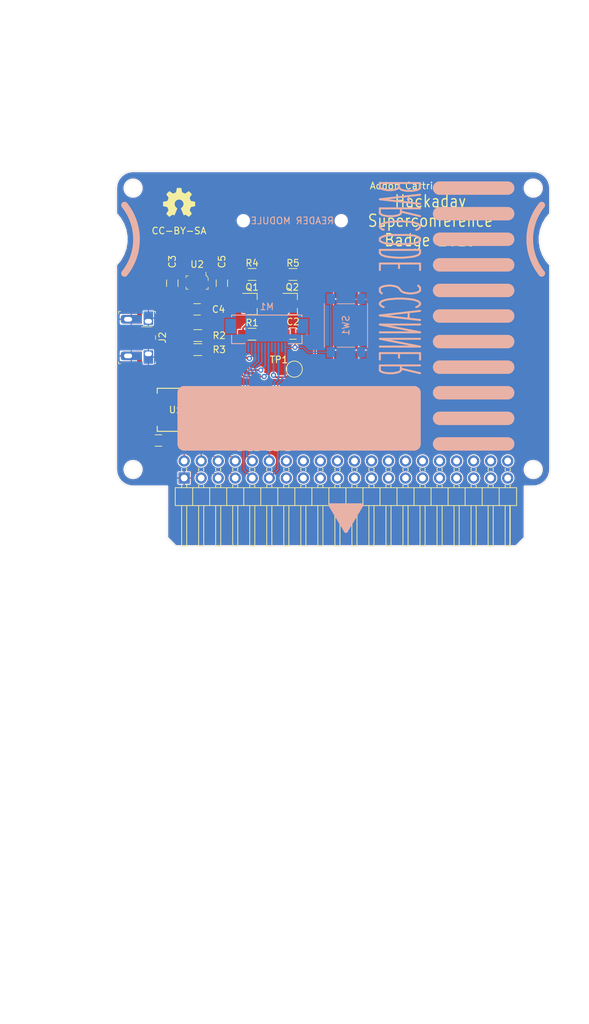
<source format=kicad_pcb>
(kicad_pcb (version 20171130) (host pcbnew "(5.1.0-rc1-17-gb4eda32f8)")
  (layers (0 F.Cu signal) (31 B.Cu signal) (34 B.Paste user) (35 F.Paste user) (36 B.SilkS user) (37 F.SilkS user) (38 B.Mask user) (39 F.Mask user) (44 Edge.Cuts user))
  (net 0 "")
  (net 1 GND)
  (net 2 +3V3)
  (net 3 F_HOLD)
  (net 4 F_CS)
  (net 5 F_SCK)
  (net 6 F_MISO)
  (net 7 F_MOSI)
  (net 8 F_WP)
  (net 9 GENIO1)
  (net 10 GENIO2)
  (net 11 GENIO3)
  (net 12 GENIO4)
  (net 13 GENIO5)
  (net 14 GENIO6)
  (net 15 GENIO7)
  (net 16 GENIO8)
  (net 17 GENIO9)
  (net 18 GENIO10)
  (net 19 GENIO11)
  (net 20 GENIO12)
  (net 21 GENIO13)
  (net 22 GENIO14)
  (net 23 GENIO15)
  (net 24 GENIO16)
  (net 25 GENIO17)
  (net 26 GENIO18)
  (net 27 GENIO19)
  (net 28 GENIO20)
  (net 29 GENIO21)
  (net 30 GENIO22)
  (net 31 GENIO23)
  (net 32 GENIO24)
  (net 33 GENIO25)
  (net 34 GENIO26)
  (net 35 GENIO27)
  (net 36 GENIO28)
  (net 37 GENIO29)
  (net 38 GENIO30)
  (net 39 +5V)
  (net 40 +BATT)
  (net 41 VUSB)
  (net 42 "Net-(C4-Pad1)")
  (net 43 "Net-(C5-Pad1)")
  (net 44 D-)
  (net 45 D+)
  (net 46 "Net-(M1-Pad1)")
  (net 47 VCC)
  (net 48 "Net-(M1-Pad6)")
  (net 49 "Net-(M1-Pad7)")
  (net 50 "Net-(M1-Pad8)")
  (net 51 "Net-(M1-Pad9)")
  (net 52 "Net-(M1-Pad11)")
  (net 53 "Net-(Q2-Pad1)")
  (module Aesthetics:oshw_logo_5.0mm (layer F.Cu) (at 76.7 55.5)
    (fp_text reference G*** hide)
    (fp_text value LOGO hide)
  )
  (module Aesthetics:HXR_logo_small (layer F.Cu) (at 92.1 90.1)
    (fp_text reference G*** hide)
    (fp_text value LOGO hide)
  )
  (module Connectors:SMD_Proto_pad (layer F.Cu) (at 124.46 66.04)
    (fp_text reference REF** hide)
    (fp_text value "SMD Proto pad" hide)
    (pad 1 smd rect (at 0 0) (size 1.016 2.286) (layers F.Cu F.Mask))
  )
  (module Connectors:SMD_Proto_pad (layer F.Cu) (at 105.41 66.04)
    (fp_text reference REF** hide)
    (fp_text value "SMD Proto pad" hide)
    (pad 1 smd rect (at 0 0) (size 1.016 2.286) (layers F.Cu F.Mask))
  )
  (module Connectors:SMD_Proto_pad (layer F.Cu) (at 121.92 66.04)
    (fp_text reference REF** hide)
    (fp_text value "SMD Proto pad" hide)
    (pad 1 smd rect (at 0 0) (size 1.016 2.286) (layers F.Cu F.Mask))
  )
  (module Connectors:SMD_Proto_pad (layer F.Cu) (at 107.95 66.04)
    (fp_text reference REF** hide)
    (fp_text value "SMD Proto pad" hide)
    (pad 1 smd rect (at 0 0) (size 1.016 2.286) (layers F.Cu F.Mask))
  )
  (module Connectors:SMD_Proto_pad (layer F.Cu) (at 101.6 66.04)
    (fp_text reference REF** hide)
    (fp_text value "SMD Proto pad" hide)
    (pad 1 smd rect (at 0 0) (size 1.016 2.286) (layers F.Cu F.Mask))
  )
  (module Connectors:SMD_Proto_pad (layer F.Cu) (at 118.11 66.04)
    (fp_text reference REF** hide)
    (fp_text value "SMD Proto pad" hide)
    (pad 1 smd rect (at 0 0) (size 1.016 2.286) (layers F.Cu F.Mask))
  )
  (module Connectors:SMD_Proto_pad (layer F.Cu) (at 125.73 66.04)
    (fp_text reference REF** hide)
    (fp_text value "SMD Proto pad" hide)
    (pad 1 smd rect (at 0 0) (size 1.016 2.286) (layers F.Cu F.Mask))
  )
  (module Connectors:SMD_Proto_pad (layer F.Cu) (at 100.33 66.04)
    (fp_text reference REF** hide)
    (fp_text value "SMD Proto pad" hide)
    (pad 1 smd rect (at 0 0) (size 1.016 2.286) (layers F.Cu F.Mask))
  )
  (module Connectors:SMD_Proto_pad (layer F.Cu) (at 116.84 66.04)
    (fp_text reference REF** hide)
    (fp_text value "SMD Proto pad" hide)
    (pad 1 smd rect (at 0 0) (size 1.016 2.286) (layers F.Cu F.Mask))
  )
  (module Connectors:SMD_Proto_pad (layer F.Cu) (at 102.87 66.04)
    (fp_text reference REF** hide)
    (fp_text value "SMD Proto pad" hide)
    (pad 1 smd rect (at 0 0) (size 1.016 2.286) (layers F.Cu F.Mask))
  )
  (module Connectors:SMD_Proto_pad (layer F.Cu) (at 111.76 66.04)
    (fp_text reference REF** hide)
    (fp_text value "SMD Proto pad" hide)
    (pad 1 smd rect (at 0 0) (size 1.016 2.286) (layers F.Cu F.Mask))
  )
  (module Connectors:SMD_Proto_pad (layer F.Cu) (at 109.22 66.04)
    (fp_text reference REF** hide)
    (fp_text value "SMD Proto pad" hide)
    (pad 1 smd rect (at 0 0) (size 1.016 2.286) (layers F.Cu F.Mask))
  )
  (module Connectors:SMD_Proto_pad (layer F.Cu) (at 114.3 66.04)
    (fp_text reference REF** hide)
    (fp_text value "SMD Proto pad" hide)
    (pad 1 smd rect (at 0 0) (size 1.016 2.286) (layers F.Cu F.Mask))
  )
  (module Connectors:SMD_Proto_pad (layer F.Cu) (at 104.14 66.04)
    (fp_text reference REF** hide)
    (fp_text value "SMD Proto pad" hide)
    (pad 1 smd rect (at 0 0) (size 1.016 2.286) (layers F.Cu F.Mask))
  )
  (module Connectors:SMD_Proto_pad (layer F.Cu) (at 106.68 66.04)
    (fp_text reference REF** hide)
    (fp_text value "SMD Proto pad" hide)
    (pad 1 smd rect (at 0 0) (size 1.016 2.286) (layers F.Cu F.Mask))
  )
  (module Connectors:SMD_Proto_pad (layer F.Cu) (at 113.03 66.04)
    (fp_text reference REF** hide)
    (fp_text value "SMD Proto pad" hide)
    (pad 1 smd rect (at 0 0) (size 1.016 2.286) (layers F.Cu F.Mask))
  )
  (module Connectors:SMD_Proto_pad (layer F.Cu) (at 119.38 66.04)
    (fp_text reference REF** hide)
    (fp_text value "SMD Proto pad" hide)
    (pad 1 smd rect (at 0 0) (size 1.016 2.286) (layers F.Cu F.Mask))
  )
  (module Connectors:SMD_Proto_pad (layer F.Cu) (at 120.65 66.04)
    (fp_text reference REF** hide)
    (fp_text value "SMD Proto pad" hide)
    (pad 1 smd rect (at 0 0) (size 1.016 2.286) (layers F.Cu F.Mask))
  )
  (module Connectors:SMD_Proto_pad (layer F.Cu) (at 115.57 66.04)
    (fp_text reference REF** hide)
    (fp_text value "SMD Proto pad" hide)
    (pad 1 smd rect (at 0 0) (size 1.016 2.286) (layers F.Cu F.Mask))
  )
  (module Connectors:SMD_Proto_pad (layer F.Cu) (at 110.49 66.04)
    (fp_text reference REF** hide)
    (fp_text value "SMD Proto pad" hide)
    (pad 1 smd rect (at 0 0) (size 1.016 2.286) (layers F.Cu F.Mask))
  )
  (module Connectors:SMD_Proto_pad (layer F.Cu) (at 123.19 66.04)
    (fp_text reference REF** hide)
    (fp_text value "SMD Proto pad" hide)
    (pad 1 smd rect (at 0 0) (size 1.016 2.286) (layers F.Cu F.Mask))
  )
  (module Connectors:SMD_Proto_pad (layer F.Cu) (at 124.46 68.58)
    (fp_text reference REF** hide)
    (fp_text value "SMD Proto pad" hide)
    (pad 1 smd rect (at 0 0) (size 1.016 2.286) (layers F.Cu F.Mask))
  )
  (module Connectors:SMD_Proto_pad (layer F.Cu) (at 105.41 68.58)
    (fp_text reference REF** hide)
    (fp_text value "SMD Proto pad" hide)
    (pad 1 smd rect (at 0 0) (size 1.016 2.286) (layers F.Cu F.Mask))
  )
  (module Connectors:SMD_Proto_pad (layer F.Cu) (at 121.92 68.58)
    (fp_text reference REF** hide)
    (fp_text value "SMD Proto pad" hide)
    (pad 1 smd rect (at 0 0) (size 1.016 2.286) (layers F.Cu F.Mask))
  )
  (module Connectors:SMD_Proto_pad (layer F.Cu) (at 107.95 68.58)
    (fp_text reference REF** hide)
    (fp_text value "SMD Proto pad" hide)
    (pad 1 smd rect (at 0 0) (size 1.016 2.286) (layers F.Cu F.Mask))
  )
  (module Connectors:SMD_Proto_pad (layer F.Cu) (at 101.6 68.58)
    (fp_text reference REF** hide)
    (fp_text value "SMD Proto pad" hide)
    (pad 1 smd rect (at 0 0) (size 1.016 2.286) (layers F.Cu F.Mask))
  )
  (module Connectors:SMD_Proto_pad (layer F.Cu) (at 118.11 68.58)
    (fp_text reference REF** hide)
    (fp_text value "SMD Proto pad" hide)
    (pad 1 smd rect (at 0 0) (size 1.016 2.286) (layers F.Cu F.Mask))
  )
  (module Connectors:SMD_Proto_pad (layer F.Cu) (at 125.73 68.58)
    (fp_text reference REF** hide)
    (fp_text value "SMD Proto pad" hide)
    (pad 1 smd rect (at 0 0) (size 1.016 2.286) (layers F.Cu F.Mask))
  )
  (module Connectors:SMD_Proto_pad (layer F.Cu) (at 100.33 68.58)
    (fp_text reference REF** hide)
    (fp_text value "SMD Proto pad" hide)
    (pad 1 smd rect (at 0 0) (size 1.016 2.286) (layers F.Cu F.Mask))
  )
  (module Connectors:SMD_Proto_pad (layer F.Cu) (at 116.84 68.58)
    (fp_text reference REF** hide)
    (fp_text value "SMD Proto pad" hide)
    (pad 1 smd rect (at 0 0) (size 1.016 2.286) (layers F.Cu F.Mask))
  )
  (module Connectors:SMD_Proto_pad (layer F.Cu) (at 102.87 68.58)
    (fp_text reference REF** hide)
    (fp_text value "SMD Proto pad" hide)
    (pad 1 smd rect (at 0 0) (size 1.016 2.286) (layers F.Cu F.Mask))
  )
  (module Connectors:SMD_Proto_pad (layer F.Cu) (at 111.76 68.58)
    (fp_text reference REF** hide)
    (fp_text value "SMD Proto pad" hide)
    (pad 1 smd rect (at 0 0) (size 1.016 2.286) (layers F.Cu F.Mask))
  )
  (module Connectors:SMD_Proto_pad (layer F.Cu) (at 109.22 68.58)
    (fp_text reference REF** hide)
    (fp_text value "SMD Proto pad" hide)
    (pad 1 smd rect (at 0 0) (size 1.016 2.286) (layers F.Cu F.Mask))
  )
  (module Connectors:SMD_Proto_pad (layer F.Cu) (at 114.3 68.58)
    (fp_text reference REF** hide)
    (fp_text value "SMD Proto pad" hide)
    (pad 1 smd rect (at 0 0) (size 1.016 2.286) (layers F.Cu F.Mask))
  )
  (module Connectors:SMD_Proto_pad (layer F.Cu) (at 104.14 68.58)
    (fp_text reference REF** hide)
    (fp_text value "SMD Proto pad" hide)
    (pad 1 smd rect (at 0 0) (size 1.016 2.286) (layers F.Cu F.Mask))
  )
  (module Connectors:SMD_Proto_pad (layer F.Cu) (at 106.68 68.58)
    (fp_text reference REF** hide)
    (fp_text value "SMD Proto pad" hide)
    (pad 1 smd rect (at 0 0) (size 1.016 2.286) (layers F.Cu F.Mask))
  )
  (module Connectors:SMD_Proto_pad (layer F.Cu) (at 113.03 68.58)
    (fp_text reference REF** hide)
    (fp_text value "SMD Proto pad" hide)
    (pad 1 smd rect (at 0 0) (size 1.016 2.286) (layers F.Cu F.Mask))
  )
  (module Connectors:SMD_Proto_pad (layer F.Cu) (at 119.38 68.58)
    (fp_text reference REF** hide)
    (fp_text value "SMD Proto pad" hide)
    (pad 1 smd rect (at 0 0) (size 1.016 2.286) (layers F.Cu F.Mask))
  )
  (module Connectors:SMD_Proto_pad (layer F.Cu) (at 120.65 68.58)
    (fp_text reference REF** hide)
    (fp_text value "SMD Proto pad" hide)
    (pad 1 smd rect (at 0 0) (size 1.016 2.286) (layers F.Cu F.Mask))
  )
  (module Connectors:SMD_Proto_pad (layer F.Cu) (at 115.57 68.58)
    (fp_text reference REF** hide)
    (fp_text value "SMD Proto pad" hide)
    (pad 1 smd rect (at 0 0) (size 1.016 2.286) (layers F.Cu F.Mask))
  )
  (module Connectors:SMD_Proto_pad (layer F.Cu) (at 110.49 68.58)
    (fp_text reference REF** hide)
    (fp_text value "SMD Proto pad" hide)
    (pad 1 smd rect (at 0 0) (size 1.016 2.286) (layers F.Cu F.Mask))
  )
  (module Connectors:SMD_Proto_pad (layer F.Cu) (at 123.19 68.58)
    (fp_text reference REF** hide)
    (fp_text value "SMD Proto pad" hide)
    (pad 1 smd rect (at 0 0) (size 1.016 2.286) (layers F.Cu F.Mask))
  )
  (module Connectors:SMD_Proto_pad (layer F.Cu) (at 124.46 71.12)
    (fp_text reference REF** hide)
    (fp_text value "SMD Proto pad" hide)
    (pad 1 smd rect (at 0 0) (size 1.016 2.286) (layers F.Cu F.Mask))
  )
  (module Connectors:SMD_Proto_pad (layer F.Cu) (at 105.41 71.12)
    (fp_text reference REF** hide)
    (fp_text value "SMD Proto pad" hide)
    (pad 1 smd rect (at 0 0) (size 1.016 2.286) (layers F.Cu F.Mask))
  )
  (module Connectors:SMD_Proto_pad (layer F.Cu) (at 121.92 71.12)
    (fp_text reference REF** hide)
    (fp_text value "SMD Proto pad" hide)
    (pad 1 smd rect (at 0 0) (size 1.016 2.286) (layers F.Cu F.Mask))
  )
  (module Connectors:SMD_Proto_pad (layer F.Cu) (at 107.95 71.12)
    (fp_text reference REF** hide)
    (fp_text value "SMD Proto pad" hide)
    (pad 1 smd rect (at 0 0) (size 1.016 2.286) (layers F.Cu F.Mask))
  )
  (module Connectors:SMD_Proto_pad (layer F.Cu) (at 101.6 71.12)
    (fp_text reference REF** hide)
    (fp_text value "SMD Proto pad" hide)
    (pad 1 smd rect (at 0 0) (size 1.016 2.286) (layers F.Cu F.Mask))
  )
  (module Connectors:SMD_Proto_pad (layer F.Cu) (at 118.11 71.12)
    (fp_text reference REF** hide)
    (fp_text value "SMD Proto pad" hide)
    (pad 1 smd rect (at 0 0) (size 1.016 2.286) (layers F.Cu F.Mask))
  )
  (module Connectors:SMD_Proto_pad (layer F.Cu) (at 125.73 71.12)
    (fp_text reference REF** hide)
    (fp_text value "SMD Proto pad" hide)
    (pad 1 smd rect (at 0 0) (size 1.016 2.286) (layers F.Cu F.Mask))
  )
  (module Connectors:SMD_Proto_pad (layer F.Cu) (at 100.33 71.12)
    (fp_text reference REF** hide)
    (fp_text value "SMD Proto pad" hide)
    (pad 1 smd rect (at 0 0) (size 1.016 2.286) (layers F.Cu F.Mask))
  )
  (module Connectors:SMD_Proto_pad (layer F.Cu) (at 116.84 71.12)
    (fp_text reference REF** hide)
    (fp_text value "SMD Proto pad" hide)
    (pad 1 smd rect (at 0 0) (size 1.016 2.286) (layers F.Cu F.Mask))
  )
  (module Connectors:SMD_Proto_pad (layer F.Cu) (at 102.87 71.12)
    (fp_text reference REF** hide)
    (fp_text value "SMD Proto pad" hide)
    (pad 1 smd rect (at 0 0) (size 1.016 2.286) (layers F.Cu F.Mask))
  )
  (module Connectors:SMD_Proto_pad (layer F.Cu) (at 111.76 71.12)
    (fp_text reference REF** hide)
    (fp_text value "SMD Proto pad" hide)
    (pad 1 smd rect (at 0 0) (size 1.016 2.286) (layers F.Cu F.Mask))
  )
  (module Connectors:SMD_Proto_pad (layer F.Cu) (at 109.22 71.12)
    (fp_text reference REF** hide)
    (fp_text value "SMD Proto pad" hide)
    (pad 1 smd rect (at 0 0) (size 1.016 2.286) (layers F.Cu F.Mask))
  )
  (module Connectors:SMD_Proto_pad (layer F.Cu) (at 114.3 71.12)
    (fp_text reference REF** hide)
    (fp_text value "SMD Proto pad" hide)
    (pad 1 smd rect (at 0 0) (size 1.016 2.286) (layers F.Cu F.Mask))
  )
  (module Connectors:SMD_Proto_pad (layer F.Cu) (at 104.14 71.12)
    (fp_text reference REF** hide)
    (fp_text value "SMD Proto pad" hide)
    (pad 1 smd rect (at 0 0) (size 1.016 2.286) (layers F.Cu F.Mask))
  )
  (module Connectors:SMD_Proto_pad (layer F.Cu) (at 106.68 71.12)
    (fp_text reference REF** hide)
    (fp_text value "SMD Proto pad" hide)
    (pad 1 smd rect (at 0 0) (size 1.016 2.286) (layers F.Cu F.Mask))
  )
  (module Connectors:SMD_Proto_pad (layer F.Cu) (at 113.03 71.12)
    (fp_text reference REF** hide)
    (fp_text value "SMD Proto pad" hide)
    (pad 1 smd rect (at 0 0) (size 1.016 2.286) (layers F.Cu F.Mask))
  )
  (module Connectors:SMD_Proto_pad (layer F.Cu) (at 119.38 71.12)
    (fp_text reference REF** hide)
    (fp_text value "SMD Proto pad" hide)
    (pad 1 smd rect (at 0 0) (size 1.016 2.286) (layers F.Cu F.Mask))
  )
  (module Connectors:SMD_Proto_pad (layer F.Cu) (at 120.65 71.12)
    (fp_text reference REF** hide)
    (fp_text value "SMD Proto pad" hide)
    (pad 1 smd rect (at 0 0) (size 1.016 2.286) (layers F.Cu F.Mask))
  )
  (module Connectors:SMD_Proto_pad (layer F.Cu) (at 115.57 71.12)
    (fp_text reference REF** hide)
    (fp_text value "SMD Proto pad" hide)
    (pad 1 smd rect (at 0 0) (size 1.016 2.286) (layers F.Cu F.Mask))
  )
  (module Connectors:SMD_Proto_pad (layer F.Cu) (at 110.49 71.12)
    (fp_text reference REF** hide)
    (fp_text value "SMD Proto pad" hide)
    (pad 1 smd rect (at 0 0) (size 1.016 2.286) (layers F.Cu F.Mask))
  )
  (module Connectors:SMD_Proto_pad (layer F.Cu) (at 123.19 71.12)
    (fp_text reference REF** hide)
    (fp_text value "SMD Proto pad" hide)
    (pad 1 smd rect (at 0 0) (size 1.016 2.286) (layers F.Cu F.Mask))
  )
  (module Connectors:SMD_Proto_pad (layer F.Cu) (at 124.46 73.66)
    (fp_text reference REF** hide)
    (fp_text value "SMD Proto pad" hide)
    (pad 1 smd rect (at 0 0) (size 1.016 2.286) (layers F.Cu F.Mask))
  )
  (module Connectors:SMD_Proto_pad (layer F.Cu) (at 105.41 73.66)
    (fp_text reference REF** hide)
    (fp_text value "SMD Proto pad" hide)
    (pad 1 smd rect (at 0 0) (size 1.016 2.286) (layers F.Cu F.Mask))
  )
  (module Connectors:SMD_Proto_pad (layer F.Cu) (at 121.92 73.66)
    (fp_text reference REF** hide)
    (fp_text value "SMD Proto pad" hide)
    (pad 1 smd rect (at 0 0) (size 1.016 2.286) (layers F.Cu F.Mask))
  )
  (module Connectors:SMD_Proto_pad (layer F.Cu) (at 107.95 73.66)
    (fp_text reference REF** hide)
    (fp_text value "SMD Proto pad" hide)
    (pad 1 smd rect (at 0 0) (size 1.016 2.286) (layers F.Cu F.Mask))
  )
  (module Connectors:SMD_Proto_pad (layer F.Cu) (at 101.6 73.66)
    (fp_text reference REF** hide)
    (fp_text value "SMD Proto pad" hide)
    (pad 1 smd rect (at 0 0) (size 1.016 2.286) (layers F.Cu F.Mask))
  )
  (module Connectors:SMD_Proto_pad (layer F.Cu) (at 118.11 73.66)
    (fp_text reference REF** hide)
    (fp_text value "SMD Proto pad" hide)
    (pad 1 smd rect (at 0 0) (size 1.016 2.286) (layers F.Cu F.Mask))
  )
  (module Connectors:SMD_Proto_pad (layer F.Cu) (at 125.73 73.66)
    (fp_text reference REF** hide)
    (fp_text value "SMD Proto pad" hide)
    (pad 1 smd rect (at 0 0) (size 1.016 2.286) (layers F.Cu F.Mask))
  )
  (module Connectors:SMD_Proto_pad (layer F.Cu) (at 100.33 73.66)
    (fp_text reference REF** hide)
    (fp_text value "SMD Proto pad" hide)
    (pad 1 smd rect (at 0 0) (size 1.016 2.286) (layers F.Cu F.Mask))
  )
  (module Connectors:SMD_Proto_pad (layer F.Cu) (at 116.84 73.66)
    (fp_text reference REF** hide)
    (fp_text value "SMD Proto pad" hide)
    (pad 1 smd rect (at 0 0) (size 1.016 2.286) (layers F.Cu F.Mask))
  )
  (module Connectors:SMD_Proto_pad (layer F.Cu) (at 102.87 73.66)
    (fp_text reference REF** hide)
    (fp_text value "SMD Proto pad" hide)
    (pad 1 smd rect (at 0 0) (size 1.016 2.286) (layers F.Cu F.Mask))
  )
  (module Connectors:SMD_Proto_pad (layer F.Cu) (at 111.76 73.66)
    (fp_text reference REF** hide)
    (fp_text value "SMD Proto pad" hide)
    (pad 1 smd rect (at 0 0) (size 1.016 2.286) (layers F.Cu F.Mask))
  )
  (module Connectors:SMD_Proto_pad (layer F.Cu) (at 109.22 73.66)
    (fp_text reference REF** hide)
    (fp_text value "SMD Proto pad" hide)
    (pad 1 smd rect (at 0 0) (size 1.016 2.286) (layers F.Cu F.Mask))
  )
  (module Connectors:SMD_Proto_pad (layer F.Cu) (at 114.3 73.66)
    (fp_text reference REF** hide)
    (fp_text value "SMD Proto pad" hide)
    (pad 1 smd rect (at 0 0) (size 1.016 2.286) (layers F.Cu F.Mask))
  )
  (module Connectors:SMD_Proto_pad (layer F.Cu) (at 104.14 73.66)
    (fp_text reference REF** hide)
    (fp_text value "SMD Proto pad" hide)
    (pad 1 smd rect (at 0 0) (size 1.016 2.286) (layers F.Cu F.Mask))
  )
  (module Connectors:SMD_Proto_pad (layer F.Cu) (at 106.68 73.66)
    (fp_text reference REF** hide)
    (fp_text value "SMD Proto pad" hide)
    (pad 1 smd rect (at 0 0) (size 1.016 2.286) (layers F.Cu F.Mask))
  )
  (module Connectors:SMD_Proto_pad (layer F.Cu) (at 113.03 73.66)
    (fp_text reference REF** hide)
    (fp_text value "SMD Proto pad" hide)
    (pad 1 smd rect (at 0 0) (size 1.016 2.286) (layers F.Cu F.Mask))
  )
  (module Connectors:SMD_Proto_pad (layer F.Cu) (at 119.38 73.66)
    (fp_text reference REF** hide)
    (fp_text value "SMD Proto pad" hide)
    (pad 1 smd rect (at 0 0) (size 1.016 2.286) (layers F.Cu F.Mask))
  )
  (module Connectors:SMD_Proto_pad (layer F.Cu) (at 120.65 73.66)
    (fp_text reference REF** hide)
    (fp_text value "SMD Proto pad" hide)
    (pad 1 smd rect (at 0 0) (size 1.016 2.286) (layers F.Cu F.Mask))
  )
  (module Connectors:SMD_Proto_pad (layer F.Cu) (at 115.57 73.66)
    (fp_text reference REF** hide)
    (fp_text value "SMD Proto pad" hide)
    (pad 1 smd rect (at 0 0) (size 1.016 2.286) (layers F.Cu F.Mask))
  )
  (module Connectors:SMD_Proto_pad (layer F.Cu) (at 110.49 73.66)
    (fp_text reference REF** hide)
    (fp_text value "SMD Proto pad" hide)
    (pad 1 smd rect (at 0 0) (size 1.016 2.286) (layers F.Cu F.Mask))
  )
  (module Connectors:SMD_Proto_pad (layer F.Cu) (at 123.19 73.66)
    (fp_text reference REF** hide)
    (fp_text value "SMD Proto pad" hide)
    (pad 1 smd rect (at 0 0) (size 1.016 2.286) (layers F.Cu F.Mask))
  )
  (module Connectors:SMD_Proto_pad (layer F.Cu) (at 124.46 76.2)
    (fp_text reference REF** hide)
    (fp_text value "SMD Proto pad" hide)
    (pad 1 smd rect (at 0 0) (size 1.016 2.286) (layers F.Cu F.Mask))
  )
  (module Connectors:SMD_Proto_pad (layer F.Cu) (at 105.41 76.2)
    (fp_text reference REF** hide)
    (fp_text value "SMD Proto pad" hide)
    (pad 1 smd rect (at 0 0) (size 1.016 2.286) (layers F.Cu F.Mask))
  )
  (module Connectors:SMD_Proto_pad (layer F.Cu) (at 100.33 76.2)
    (fp_text reference REF** hide)
    (fp_text value "SMD Proto pad" hide)
    (pad 1 smd rect (at 0 0) (size 1.016 2.286) (layers F.Cu F.Mask))
  )
  (module Connectors:SMD_Proto_pad (layer F.Cu) (at 116.84 76.2)
    (fp_text reference REF** hide)
    (fp_text value "SMD Proto pad" hide)
    (pad 1 smd rect (at 0 0) (size 1.016 2.286) (layers F.Cu F.Mask))
  )
  (module Connectors:SMD_Proto_pad (layer F.Cu) (at 102.87 76.2)
    (fp_text reference REF** hide)
    (fp_text value "SMD Proto pad" hide)
    (pad 1 smd rect (at 0 0) (size 1.016 2.286) (layers F.Cu F.Mask))
  )
  (module Connectors:SMD_Proto_pad (layer F.Cu) (at 114.3 76.2)
    (fp_text reference REF** hide)
    (fp_text value "SMD Proto pad" hide)
    (pad 1 smd rect (at 0 0) (size 1.016 2.286) (layers F.Cu F.Mask))
  )
  (module Connectors:SMD_Proto_pad (layer F.Cu) (at 104.14 76.2)
    (fp_text reference REF** hide)
    (fp_text value "SMD Proto pad" hide)
    (pad 1 smd rect (at 0 0) (size 1.016 2.286) (layers F.Cu F.Mask))
  )
  (module Connectors:SMD_Proto_pad (layer F.Cu) (at 106.68 76.2)
    (fp_text reference REF** hide)
    (fp_text value "SMD Proto pad" hide)
    (pad 1 smd rect (at 0 0) (size 1.016 2.286) (layers F.Cu F.Mask))
  )
  (module Connectors:SMD_Proto_pad (layer F.Cu) (at 113.03 76.2)
    (fp_text reference REF** hide)
    (fp_text value "SMD Proto pad" hide)
    (pad 1 smd rect (at 0 0) (size 1.016 2.286) (layers F.Cu F.Mask))
  )
  (module Connectors:SMD_Proto_pad (layer F.Cu) (at 119.38 76.2)
    (fp_text reference REF** hide)
    (fp_text value "SMD Proto pad" hide)
    (pad 1 smd rect (at 0 0) (size 1.016 2.286) (layers F.Cu F.Mask))
  )
  (module Connectors:SMD_Proto_pad (layer F.Cu) (at 120.65 76.2)
    (fp_text reference REF** hide)
    (fp_text value "SMD Proto pad" hide)
    (pad 1 smd rect (at 0 0) (size 1.016 2.286) (layers F.Cu F.Mask))
  )
  (module Connectors:SMD_Proto_pad (layer F.Cu) (at 115.57 76.2)
    (fp_text reference REF** hide)
    (fp_text value "SMD Proto pad" hide)
    (pad 1 smd rect (at 0 0) (size 1.016 2.286) (layers F.Cu F.Mask))
  )
  (module Connectors:SMD_Proto_pad (layer F.Cu) (at 110.49 76.2)
    (fp_text reference REF** hide)
    (fp_text value "SMD Proto pad" hide)
    (pad 1 smd rect (at 0 0) (size 1.016 2.286) (layers F.Cu F.Mask))
  )
  (module Connectors:SMD_Proto_pad (layer F.Cu) (at 111.76 76.2)
    (fp_text reference REF** hide)
    (fp_text value "SMD Proto pad" hide)
    (pad 1 smd rect (at 0 0) (size 1.016 2.286) (layers F.Cu F.Mask))
  )
  (module Connectors:SMD_Proto_pad (layer F.Cu) (at 109.22 76.2)
    (fp_text reference REF** hide)
    (fp_text value "SMD Proto pad" hide)
    (pad 1 smd rect (at 0 0) (size 1.016 2.286) (layers F.Cu F.Mask))
  )
  (module Connectors:SMD_Proto_pad (layer F.Cu) (at 121.92 76.2)
    (fp_text reference REF** hide)
    (fp_text value "SMD Proto pad" hide)
    (pad 1 smd rect (at 0 0) (size 1.016 2.286) (layers F.Cu F.Mask))
  )
  (module Connectors:SMD_Proto_pad (layer F.Cu) (at 107.95 76.2)
    (fp_text reference REF** hide)
    (fp_text value "SMD Proto pad" hide)
    (pad 1 smd rect (at 0 0) (size 1.016 2.286) (layers F.Cu F.Mask))
  )
  (module Connectors:SMD_Proto_pad (layer F.Cu) (at 101.6 76.2)
    (fp_text reference REF** hide)
    (fp_text value "SMD Proto pad" hide)
    (pad 1 smd rect (at 0 0) (size 1.016 2.286) (layers F.Cu F.Mask))
  )
  (module Connectors:SMD_Proto_pad (layer F.Cu) (at 118.11 76.2)
    (fp_text reference REF** hide)
    (fp_text value "SMD Proto pad" hide)
    (pad 1 smd rect (at 0 0) (size 1.016 2.286) (layers F.Cu F.Mask))
  )
  (module Connectors:SMD_Proto_pad (layer F.Cu) (at 125.73 76.2)
    (fp_text reference REF** hide)
    (fp_text value "SMD Proto pad" hide)
    (pad 1 smd rect (at 0 0) (size 1.016 2.286) (layers F.Cu F.Mask))
  )
  (module Connectors:SMD_Proto_pad (layer F.Cu) (at 123.19 76.2)
    (fp_text reference REF** hide)
    (fp_text value "SMD Proto pad" hide)
    (pad 1 smd rect (at 0 0) (size 1.016 2.286) (layers F.Cu F.Mask))
  )
  (module Connectors:SMD_Proto_pad (layer F.Cu) (at 124.46 78.74)
    (fp_text reference REF** hide)
    (fp_text value "SMD Proto pad" hide)
    (pad 1 smd rect (at 0 0) (size 1.016 2.286) (layers F.Cu F.Mask))
  )
  (module Connectors:SMD_Proto_pad (layer F.Cu) (at 105.41 78.74)
    (fp_text reference REF** hide)
    (fp_text value "SMD Proto pad" hide)
    (pad 1 smd rect (at 0 0) (size 1.016 2.286) (layers F.Cu F.Mask))
  )
  (module Connectors:SMD_Proto_pad (layer F.Cu) (at 100.33 78.74)
    (fp_text reference REF** hide)
    (fp_text value "SMD Proto pad" hide)
    (pad 1 smd rect (at 0 0) (size 1.016 2.286) (layers F.Cu F.Mask))
  )
  (module Connectors:SMD_Proto_pad (layer F.Cu) (at 116.84 78.74)
    (fp_text reference REF** hide)
    (fp_text value "SMD Proto pad" hide)
    (pad 1 smd rect (at 0 0) (size 1.016 2.286) (layers F.Cu F.Mask))
  )
  (module Connectors:SMD_Proto_pad (layer F.Cu) (at 102.87 78.74)
    (fp_text reference REF** hide)
    (fp_text value "SMD Proto pad" hide)
    (pad 1 smd rect (at 0 0) (size 1.016 2.286) (layers F.Cu F.Mask))
  )
  (module Connectors:SMD_Proto_pad (layer F.Cu) (at 114.3 78.74)
    (fp_text reference REF** hide)
    (fp_text value "SMD Proto pad" hide)
    (pad 1 smd rect (at 0 0) (size 1.016 2.286) (layers F.Cu F.Mask))
  )
  (module Connectors:SMD_Proto_pad (layer F.Cu) (at 104.14 78.74)
    (fp_text reference REF** hide)
    (fp_text value "SMD Proto pad" hide)
    (pad 1 smd rect (at 0 0) (size 1.016 2.286) (layers F.Cu F.Mask))
  )
  (module Connectors:SMD_Proto_pad (layer F.Cu) (at 106.68 78.74)
    (fp_text reference REF** hide)
    (fp_text value "SMD Proto pad" hide)
    (pad 1 smd rect (at 0 0) (size 1.016 2.286) (layers F.Cu F.Mask))
  )
  (module Connectors:SMD_Proto_pad (layer F.Cu) (at 113.03 78.74)
    (fp_text reference REF** hide)
    (fp_text value "SMD Proto pad" hide)
    (pad 1 smd rect (at 0 0) (size 1.016 2.286) (layers F.Cu F.Mask))
  )
  (module Connectors:SMD_Proto_pad (layer F.Cu) (at 119.38 78.74)
    (fp_text reference REF** hide)
    (fp_text value "SMD Proto pad" hide)
    (pad 1 smd rect (at 0 0) (size 1.016 2.286) (layers F.Cu F.Mask))
  )
  (module Connectors:SMD_Proto_pad (layer F.Cu) (at 120.65 78.74)
    (fp_text reference REF** hide)
    (fp_text value "SMD Proto pad" hide)
    (pad 1 smd rect (at 0 0) (size 1.016 2.286) (layers F.Cu F.Mask))
  )
  (module Connectors:SMD_Proto_pad (layer F.Cu) (at 115.57 78.74)
    (fp_text reference REF** hide)
    (fp_text value "SMD Proto pad" hide)
    (pad 1 smd rect (at 0 0) (size 1.016 2.286) (layers F.Cu F.Mask))
  )
  (module Connectors:SMD_Proto_pad (layer F.Cu) (at 110.49 78.74)
    (fp_text reference REF** hide)
    (fp_text value "SMD Proto pad" hide)
    (pad 1 smd rect (at 0 0) (size 1.016 2.286) (layers F.Cu F.Mask))
  )
  (module Connectors:SMD_Proto_pad (layer F.Cu) (at 111.76 78.74)
    (fp_text reference REF** hide)
    (fp_text value "SMD Proto pad" hide)
    (pad 1 smd rect (at 0 0) (size 1.016 2.286) (layers F.Cu F.Mask))
  )
  (module Connectors:SMD_Proto_pad (layer F.Cu) (at 109.22 78.74)
    (fp_text reference REF** hide)
    (fp_text value "SMD Proto pad" hide)
    (pad 1 smd rect (at 0 0) (size 1.016 2.286) (layers F.Cu F.Mask))
  )
  (module Connectors:SMD_Proto_pad (layer F.Cu) (at 121.92 78.74)
    (fp_text reference REF** hide)
    (fp_text value "SMD Proto pad" hide)
    (pad 1 smd rect (at 0 0) (size 1.016 2.286) (layers F.Cu F.Mask))
  )
  (module Connectors:SMD_Proto_pad (layer F.Cu) (at 107.95 78.74)
    (fp_text reference REF** hide)
    (fp_text value "SMD Proto pad" hide)
    (pad 1 smd rect (at 0 0) (size 1.016 2.286) (layers F.Cu F.Mask))
  )
  (module Connectors:SMD_Proto_pad (layer F.Cu) (at 101.6 78.74)
    (fp_text reference REF** hide)
    (fp_text value "SMD Proto pad" hide)
    (pad 1 smd rect (at 0 0) (size 1.016 2.286) (layers F.Cu F.Mask))
  )
  (module Connectors:SMD_Proto_pad (layer F.Cu) (at 118.11 78.74)
    (fp_text reference REF** hide)
    (fp_text value "SMD Proto pad" hide)
    (pad 1 smd rect (at 0 0) (size 1.016 2.286) (layers F.Cu F.Mask))
  )
  (module Connectors:SMD_Proto_pad (layer F.Cu) (at 125.73 78.74)
    (fp_text reference REF** hide)
    (fp_text value "SMD Proto pad" hide)
    (pad 1 smd rect (at 0 0) (size 1.016 2.286) (layers F.Cu F.Mask))
  )
  (module Connectors:SMD_Proto_pad (layer F.Cu) (at 123.19 78.74)
    (fp_text reference REF** hide)
    (fp_text value "SMD Proto pad" hide)
    (pad 1 smd rect (at 0 0) (size 1.016 2.286) (layers F.Cu F.Mask))
  )
  (module Connectors:SMD_Proto_pad (layer F.Cu) (at 124.46 81.28)
    (fp_text reference REF** hide)
    (fp_text value "SMD Proto pad" hide)
    (pad 1 smd rect (at 0 0) (size 1.016 2.286) (layers F.Cu F.Mask))
  )
  (module Connectors:SMD_Proto_pad (layer F.Cu) (at 105.41 81.28)
    (fp_text reference REF** hide)
    (fp_text value "SMD Proto pad" hide)
    (pad 1 smd rect (at 0 0) (size 1.016 2.286) (layers F.Cu F.Mask))
  )
  (module Connectors:SMD_Proto_pad (layer F.Cu) (at 100.33 81.28)
    (fp_text reference REF** hide)
    (fp_text value "SMD Proto pad" hide)
    (pad 1 smd rect (at 0 0) (size 1.016 2.286) (layers F.Cu F.Mask))
  )
  (module Connectors:SMD_Proto_pad (layer F.Cu) (at 116.84 81.28)
    (fp_text reference REF** hide)
    (fp_text value "SMD Proto pad" hide)
    (pad 1 smd rect (at 0 0) (size 1.016 2.286) (layers F.Cu F.Mask))
  )
  (module Connectors:SMD_Proto_pad (layer F.Cu) (at 102.87 81.28)
    (fp_text reference REF** hide)
    (fp_text value "SMD Proto pad" hide)
    (pad 1 smd rect (at 0 0) (size 1.016 2.286) (layers F.Cu F.Mask))
  )
  (module Connectors:SMD_Proto_pad (layer F.Cu) (at 114.3 81.28)
    (fp_text reference REF** hide)
    (fp_text value "SMD Proto pad" hide)
    (pad 1 smd rect (at 0 0) (size 1.016 2.286) (layers F.Cu F.Mask))
  )
  (module Connectors:SMD_Proto_pad (layer F.Cu) (at 104.14 81.28)
    (fp_text reference REF** hide)
    (fp_text value "SMD Proto pad" hide)
    (pad 1 smd rect (at 0 0) (size 1.016 2.286) (layers F.Cu F.Mask))
  )
  (module Connectors:SMD_Proto_pad (layer F.Cu) (at 106.68 81.28)
    (fp_text reference REF** hide)
    (fp_text value "SMD Proto pad" hide)
    (pad 1 smd rect (at 0 0) (size 1.016 2.286) (layers F.Cu F.Mask))
  )
  (module Connectors:SMD_Proto_pad (layer F.Cu) (at 113.03 81.28)
    (fp_text reference REF** hide)
    (fp_text value "SMD Proto pad" hide)
    (pad 1 smd rect (at 0 0) (size 1.016 2.286) (layers F.Cu F.Mask))
  )
  (module Connectors:SMD_Proto_pad (layer F.Cu) (at 119.38 81.28)
    (fp_text reference REF** hide)
    (fp_text value "SMD Proto pad" hide)
    (pad 1 smd rect (at 0 0) (size 1.016 2.286) (layers F.Cu F.Mask))
  )
  (module Connectors:SMD_Proto_pad (layer F.Cu) (at 120.65 81.28)
    (fp_text reference REF** hide)
    (fp_text value "SMD Proto pad" hide)
    (pad 1 smd rect (at 0 0) (size 1.016 2.286) (layers F.Cu F.Mask))
  )
  (module Connectors:SMD_Proto_pad (layer F.Cu) (at 115.57 81.28)
    (fp_text reference REF** hide)
    (fp_text value "SMD Proto pad" hide)
    (pad 1 smd rect (at 0 0) (size 1.016 2.286) (layers F.Cu F.Mask))
  )
  (module Connectors:SMD_Proto_pad (layer F.Cu) (at 110.49 81.28)
    (fp_text reference REF** hide)
    (fp_text value "SMD Proto pad" hide)
    (pad 1 smd rect (at 0 0) (size 1.016 2.286) (layers F.Cu F.Mask))
  )
  (module Connectors:SMD_Proto_pad (layer F.Cu) (at 111.76 81.28)
    (fp_text reference REF** hide)
    (fp_text value "SMD Proto pad" hide)
    (pad 1 smd rect (at 0 0) (size 1.016 2.286) (layers F.Cu F.Mask))
  )
  (module Connectors:SMD_Proto_pad (layer F.Cu) (at 109.22 81.28)
    (fp_text reference REF** hide)
    (fp_text value "SMD Proto pad" hide)
    (pad 1 smd rect (at 0 0) (size 1.016 2.286) (layers F.Cu F.Mask))
  )
  (module Connectors:SMD_Proto_pad (layer F.Cu) (at 121.92 81.28)
    (fp_text reference REF** hide)
    (fp_text value "SMD Proto pad" hide)
    (pad 1 smd rect (at 0 0) (size 1.016 2.286) (layers F.Cu F.Mask))
  )
  (module Connectors:SMD_Proto_pad (layer F.Cu) (at 107.95 81.28)
    (fp_text reference REF** hide)
    (fp_text value "SMD Proto pad" hide)
    (pad 1 smd rect (at 0 0) (size 1.016 2.286) (layers F.Cu F.Mask))
  )
  (module Connectors:SMD_Proto_pad (layer F.Cu) (at 101.6 81.28)
    (fp_text reference REF** hide)
    (fp_text value "SMD Proto pad" hide)
    (pad 1 smd rect (at 0 0) (size 1.016 2.286) (layers F.Cu F.Mask))
  )
  (module Connectors:SMD_Proto_pad (layer F.Cu) (at 118.11 81.28)
    (fp_text reference REF** hide)
    (fp_text value "SMD Proto pad" hide)
    (pad 1 smd rect (at 0 0) (size 1.016 2.286) (layers F.Cu F.Mask))
  )
  (module Connectors:SMD_Proto_pad (layer F.Cu) (at 125.73 81.28)
    (fp_text reference REF** hide)
    (fp_text value "SMD Proto pad" hide)
    (pad 1 smd rect (at 0 0) (size 1.016 2.286) (layers F.Cu F.Mask))
  )
  (module Connectors:SMD_Proto_pad (layer F.Cu) (at 123.19 81.28)
    (fp_text reference REF** hide)
    (fp_text value "SMD Proto pad" hide)
    (pad 1 smd rect (at 0 0) (size 1.016 2.286) (layers F.Cu F.Mask))
  )
  (module Connectors:SMD_Proto_pad (layer F.Cu) (at 123.19 83.82)
    (fp_text reference REF** hide)
    (fp_text value "SMD Proto pad" hide)
    (pad 1 smd rect (at 0 0) (size 1.016 2.286) (layers F.Cu F.Mask))
  )
  (module Connectors:SMD_Proto_pad (layer F.Cu) (at 118.11 83.82)
    (fp_text reference REF** hide)
    (fp_text value "SMD Proto pad" hide)
    (pad 1 smd rect (at 0 0) (size 1.016 2.286) (layers F.Cu F.Mask))
  )
  (module Connectors:SMD_Proto_pad (layer F.Cu) (at 125.73 83.82)
    (fp_text reference REF** hide)
    (fp_text value "SMD Proto pad" hide)
    (pad 1 smd rect (at 0 0) (size 1.016 2.286) (layers F.Cu F.Mask))
  )
  (module Connectors:SMD_Proto_pad (layer F.Cu) (at 120.65 83.82)
    (fp_text reference REF** hide)
    (fp_text value "SMD Proto pad" hide)
    (pad 1 smd rect (at 0 0) (size 1.016 2.286) (layers F.Cu F.Mask))
  )
  (module Connectors:SMD_Proto_pad (layer F.Cu) (at 115.57 83.82)
    (fp_text reference REF** hide)
    (fp_text value "SMD Proto pad" hide)
    (pad 1 smd rect (at 0 0) (size 1.016 2.286) (layers F.Cu F.Mask))
  )
  (module Connectors:SMD_Proto_pad (layer F.Cu) (at 110.49 83.82)
    (fp_text reference REF** hide)
    (fp_text value "SMD Proto pad" hide)
    (pad 1 smd rect (at 0 0) (size 1.016 2.286) (layers F.Cu F.Mask))
  )
  (module Connectors:SMD_Proto_pad (layer F.Cu) (at 111.76 83.82)
    (fp_text reference REF** hide)
    (fp_text value "SMD Proto pad" hide)
    (pad 1 smd rect (at 0 0) (size 1.016 2.286) (layers F.Cu F.Mask))
  )
  (module Connectors:SMD_Proto_pad (layer F.Cu) (at 109.22 83.82)
    (fp_text reference REF** hide)
    (fp_text value "SMD Proto pad" hide)
    (pad 1 smd rect (at 0 0) (size 1.016 2.286) (layers F.Cu F.Mask))
  )
  (module Connectors:SMD_Proto_pad (layer F.Cu) (at 119.38 83.82)
    (fp_text reference REF** hide)
    (fp_text value "SMD Proto pad" hide)
    (pad 1 smd rect (at 0 0) (size 1.016 2.286) (layers F.Cu F.Mask))
  )
  (module Connectors:SMD_Proto_pad (layer F.Cu) (at 104.14 83.82)
    (fp_text reference REF** hide)
    (fp_text value "SMD Proto pad" hide)
    (pad 1 smd rect (at 0 0) (size 1.016 2.286) (layers F.Cu F.Mask))
  )
  (module Connectors:SMD_Proto_pad (layer F.Cu) (at 106.68 83.82)
    (fp_text reference REF** hide)
    (fp_text value "SMD Proto pad" hide)
    (pad 1 smd rect (at 0 0) (size 1.016 2.286) (layers F.Cu F.Mask))
  )
  (module Connectors:SMD_Proto_pad (layer F.Cu) (at 113.03 83.82)
    (fp_text reference REF** hide)
    (fp_text value "SMD Proto pad" hide)
    (pad 1 smd rect (at 0 0) (size 1.016 2.286) (layers F.Cu F.Mask))
  )
  (module Connectors:SMD_Proto_pad (layer F.Cu) (at 100.33 83.82)
    (fp_text reference REF** hide)
    (fp_text value "SMD Proto pad" hide)
    (pad 1 smd rect (at 0 0) (size 1.016 2.286) (layers F.Cu F.Mask))
  )
  (module Connectors:SMD_Proto_pad (layer F.Cu) (at 116.84 83.82)
    (fp_text reference REF** hide)
    (fp_text value "SMD Proto pad" hide)
    (pad 1 smd rect (at 0 0) (size 1.016 2.286) (layers F.Cu F.Mask))
  )
  (module Connectors:SMD_Proto_pad (layer F.Cu) (at 102.87 83.82)
    (fp_text reference REF** hide)
    (fp_text value "SMD Proto pad" hide)
    (pad 1 smd rect (at 0 0) (size 1.016 2.286) (layers F.Cu F.Mask))
  )
  (module Connectors:SMD_Proto_pad (layer F.Cu) (at 114.3 83.82)
    (fp_text reference REF** hide)
    (fp_text value "SMD Proto pad" hide)
    (pad 1 smd rect (at 0 0) (size 1.016 2.286) (layers F.Cu F.Mask))
  )
  (module Connectors:SMD_Proto_pad (layer F.Cu) (at 124.46 83.82)
    (fp_text reference REF** hide)
    (fp_text value "SMD Proto pad" hide)
    (pad 1 smd rect (at 0 0) (size 1.016 2.286) (layers F.Cu F.Mask))
  )
  (module Connectors:SMD_Proto_pad (layer F.Cu) (at 105.41 83.82)
    (fp_text reference REF** hide)
    (fp_text value "SMD Proto pad" hide)
    (pad 1 smd rect (at 0 0) (size 1.016 2.286) (layers F.Cu F.Mask))
  )
  (module Connectors:SMD_Proto_pad (layer F.Cu) (at 121.92 83.82)
    (fp_text reference REF** hide)
    (fp_text value "SMD Proto pad" hide)
    (pad 1 smd rect (at 0 0) (size 1.016 2.286) (layers F.Cu F.Mask))
  )
  (module Connectors:SMD_Proto_pad (layer F.Cu) (at 107.95 83.82)
    (fp_text reference REF** hide)
    (fp_text value "SMD Proto pad" hide)
    (pad 1 smd rect (at 0 0) (size 1.016 2.286) (layers F.Cu F.Mask))
  )
  (module Connectors:SMD_Proto_pad (layer F.Cu) (at 101.6 83.82)
    (fp_text reference REF** hide)
    (fp_text value "SMD Proto pad" hide)
    (pad 1 smd rect (at 0 0) (size 1.016 2.286) (layers F.Cu F.Mask))
  )
  (module Connectors:SMD_Proto_pad (layer F.Cu) (at 123.19 86.36)
    (fp_text reference REF** hide)
    (fp_text value "SMD Proto pad" hide)
    (pad 1 smd rect (at 0 0) (size 1.016 2.286) (layers F.Cu F.Mask))
  )
  (module Connectors:SMD_Proto_pad (layer F.Cu) (at 107.95 86.36)
    (fp_text reference REF** hide)
    (fp_text value "SMD Proto pad" hide)
    (pad 1 smd rect (at 0 0) (size 1.016 2.286) (layers F.Cu F.Mask))
  )
  (module Connectors:SMD_Proto_pad (layer F.Cu) (at 116.84 86.36)
    (fp_text reference REF** hide)
    (fp_text value "SMD Proto pad" hide)
    (pad 1 smd rect (at 0 0) (size 1.016 2.286) (layers F.Cu F.Mask))
  )
  (module Connectors:SMD_Proto_pad (layer F.Cu) (at 104.14 86.36)
    (fp_text reference REF** hide)
    (fp_text value "SMD Proto pad" hide)
    (pad 1 smd rect (at 0 0) (size 1.016 2.286) (layers F.Cu F.Mask))
  )
  (module Connectors:SMD_Proto_pad (layer F.Cu) (at 106.68 86.36)
    (fp_text reference REF** hide)
    (fp_text value "SMD Proto pad" hide)
    (pad 1 smd rect (at 0 0) (size 1.016 2.286) (layers F.Cu F.Mask))
  )
  (module Connectors:SMD_Proto_pad (layer F.Cu) (at 113.03 86.36)
    (fp_text reference REF** hide)
    (fp_text value "SMD Proto pad" hide)
    (pad 1 smd rect (at 0 0) (size 1.016 2.286) (layers F.Cu F.Mask))
  )
  (module Connectors:SMD_Proto_pad (layer F.Cu) (at 100.33 86.36)
    (fp_text reference REF** hide)
    (fp_text value "SMD Proto pad" hide)
    (pad 1 smd rect (at 0 0) (size 1.016 2.286) (layers F.Cu F.Mask))
  )
  (module Connectors:SMD_Proto_pad (layer F.Cu) (at 102.87 86.36)
    (fp_text reference REF** hide)
    (fp_text value "SMD Proto pad" hide)
    (pad 1 smd rect (at 0 0) (size 1.016 2.286) (layers F.Cu F.Mask))
  )
  (module Connectors:SMD_Proto_pad (layer F.Cu) (at 114.3 86.36)
    (fp_text reference REF** hide)
    (fp_text value "SMD Proto pad" hide)
    (pad 1 smd rect (at 0 0) (size 1.016 2.286) (layers F.Cu F.Mask))
  )
  (module Connectors:SMD_Proto_pad (layer F.Cu) (at 124.46 86.36)
    (fp_text reference REF** hide)
    (fp_text value "SMD Proto pad" hide)
    (pad 1 smd rect (at 0 0) (size 1.016 2.286) (layers F.Cu F.Mask))
  )
  (module Connectors:SMD_Proto_pad (layer F.Cu) (at 105.41 86.36)
    (fp_text reference REF** hide)
    (fp_text value "SMD Proto pad" hide)
    (pad 1 smd rect (at 0 0) (size 1.016 2.286) (layers F.Cu F.Mask))
  )
  (module Connectors:SMD_Proto_pad (layer F.Cu) (at 118.11 86.36)
    (fp_text reference REF** hide)
    (fp_text value "SMD Proto pad" hide)
    (pad 1 smd rect (at 0 0) (size 1.016 2.286) (layers F.Cu F.Mask))
  )
  (module Connectors:SMD_Proto_pad (layer F.Cu) (at 125.73 86.36)
    (fp_text reference REF** hide)
    (fp_text value "SMD Proto pad" hide)
    (pad 1 smd rect (at 0 0) (size 1.016 2.286) (layers F.Cu F.Mask))
  )
  (module Connectors:SMD_Proto_pad (layer F.Cu) (at 120.65 86.36)
    (fp_text reference REF** hide)
    (fp_text value "SMD Proto pad" hide)
    (pad 1 smd rect (at 0 0) (size 1.016 2.286) (layers F.Cu F.Mask))
  )
  (module Connectors:SMD_Proto_pad (layer F.Cu) (at 115.57 86.36)
    (fp_text reference REF** hide)
    (fp_text value "SMD Proto pad" hide)
    (pad 1 smd rect (at 0 0) (size 1.016 2.286) (layers F.Cu F.Mask))
  )
  (module Connectors:SMD_Proto_pad (layer F.Cu) (at 121.92 86.36)
    (fp_text reference REF** hide)
    (fp_text value "SMD Proto pad" hide)
    (pad 1 smd rect (at 0 0) (size 1.016 2.286) (layers F.Cu F.Mask))
  )
  (module Connectors:SMD_Proto_pad (layer F.Cu) (at 110.49 86.36)
    (fp_text reference REF** hide)
    (fp_text value "SMD Proto pad" hide)
    (pad 1 smd rect (at 0 0) (size 1.016 2.286) (layers F.Cu F.Mask))
  )
  (module Connectors:SMD_Proto_pad (layer F.Cu) (at 111.76 86.36)
    (fp_text reference REF** hide)
    (fp_text value "SMD Proto pad" hide)
    (pad 1 smd rect (at 0 0) (size 1.016 2.286) (layers F.Cu F.Mask))
  )
  (module Connectors:SMD_Proto_pad (layer F.Cu) (at 109.22 86.36)
    (fp_text reference REF** hide)
    (fp_text value "SMD Proto pad" hide)
    (pad 1 smd rect (at 0 0) (size 1.016 2.286) (layers F.Cu F.Mask))
  )
  (module Connectors:SMD_Proto_pad (layer F.Cu) (at 119.38 86.36)
    (fp_text reference REF** hide)
    (fp_text value "SMD Proto pad" hide)
    (pad 1 smd rect (at 0 0) (size 1.016 2.286) (layers F.Cu F.Mask))
  )
  (module Connectors:SMD_Proto_pad (layer F.Cu) (at 101.6 86.36)
    (fp_text reference REF** hide)
    (fp_text value "SMD Proto pad" hide)
    (pad 1 smd rect (at 0 0) (size 1.016 2.286) (layers F.Cu F.Mask))
  )
  (module Connectors:SMD_Proto_pad (layer F.Cu) (at 110.49 88.9)
    (fp_text reference REF** hide)
    (fp_text value "SMD Proto pad" hide)
    (pad 1 smd rect (at 0 0) (size 1.016 2.286) (layers F.Cu F.Mask))
  )
  (module Connectors:SMD_Proto_pad (layer F.Cu) (at 125.73 88.9)
    (fp_text reference REF** hide)
    (fp_text value "SMD Proto pad" hide)
    (pad 1 smd rect (at 0 0) (size 1.016 2.286) (layers F.Cu F.Mask))
  )
  (module Connectors:SMD_Proto_pad (layer F.Cu) (at 120.65 88.9)
    (fp_text reference REF** hide)
    (fp_text value "SMD Proto pad" hide)
    (pad 1 smd rect (at 0 0) (size 1.016 2.286) (layers F.Cu F.Mask))
  )
  (module Connectors:SMD_Proto_pad (layer F.Cu) (at 115.57 88.9)
    (fp_text reference REF** hide)
    (fp_text value "SMD Proto pad" hide)
    (pad 1 smd rect (at 0 0) (size 1.016 2.286) (layers F.Cu F.Mask))
  )
  (module Connectors:SMD_Proto_pad (layer F.Cu) (at 111.76 88.9)
    (fp_text reference REF** hide)
    (fp_text value "SMD Proto pad" hide)
    (pad 1 smd rect (at 0 0) (size 1.016 2.286) (layers F.Cu F.Mask))
  )
  (module Connectors:SMD_Proto_pad (layer F.Cu) (at 121.92 88.9)
    (fp_text reference REF** hide)
    (fp_text value "SMD Proto pad" hide)
    (pad 1 smd rect (at 0 0) (size 1.016 2.286) (layers F.Cu F.Mask))
  )
  (module Connectors:SMD_Proto_pad (layer F.Cu) (at 123.19 88.9)
    (fp_text reference REF** hide)
    (fp_text value "SMD Proto pad" hide)
    (pad 1 smd rect (at 0 0) (size 1.016 2.286) (layers F.Cu F.Mask))
  )
  (module Connectors:SMD_Proto_pad (layer F.Cu) (at 114.3 88.9)
    (fp_text reference REF** hide)
    (fp_text value "SMD Proto pad" hide)
    (pad 1 smd rect (at 0 0) (size 1.016 2.286) (layers F.Cu F.Mask))
  )
  (module Connectors:SMD_Proto_pad (layer F.Cu) (at 102.87 88.9)
    (fp_text reference REF** hide)
    (fp_text value "SMD Proto pad" hide)
    (pad 1 smd rect (at 0 0) (size 1.016 2.286) (layers F.Cu F.Mask))
  )
  (module Connectors:SMD_Proto_pad (layer F.Cu) (at 107.95 88.9)
    (fp_text reference REF** hide)
    (fp_text value "SMD Proto pad" hide)
    (pad 1 smd rect (at 0 0) (size 1.016 2.286) (layers F.Cu F.Mask))
  )
  (module Connectors:SMD_Proto_pad (layer F.Cu) (at 116.84 88.9)
    (fp_text reference REF** hide)
    (fp_text value "SMD Proto pad" hide)
    (pad 1 smd rect (at 0 0) (size 1.016 2.286) (layers F.Cu F.Mask))
  )
  (module Connectors:SMD_Proto_pad (layer F.Cu) (at 104.14 88.9)
    (fp_text reference REF** hide)
    (fp_text value "SMD Proto pad" hide)
    (pad 1 smd rect (at 0 0) (size 1.016 2.286) (layers F.Cu F.Mask))
  )
  (module Connectors:SMD_Proto_pad (layer F.Cu) (at 106.68 88.9)
    (fp_text reference REF** hide)
    (fp_text value "SMD Proto pad" hide)
    (pad 1 smd rect (at 0 0) (size 1.016 2.286) (layers F.Cu F.Mask))
  )
  (module Connectors:SMD_Proto_pad (layer F.Cu) (at 113.03 88.9)
    (fp_text reference REF** hide)
    (fp_text value "SMD Proto pad" hide)
    (pad 1 smd rect (at 0 0) (size 1.016 2.286) (layers F.Cu F.Mask))
  )
  (module Connectors:SMD_Proto_pad (layer F.Cu) (at 100.33 88.9)
    (fp_text reference REF** hide)
    (fp_text value "SMD Proto pad" hide)
    (pad 1 smd rect (at 0 0) (size 1.016 2.286) (layers F.Cu F.Mask))
  )
  (module Connectors:SMD_Proto_pad (layer F.Cu) (at 119.38 88.9)
    (fp_text reference REF** hide)
    (fp_text value "SMD Proto pad" hide)
    (pad 1 smd rect (at 0 0) (size 1.016 2.286) (layers F.Cu F.Mask))
  )
  (module Connectors:SMD_Proto_pad (layer F.Cu) (at 101.6 88.9)
    (fp_text reference REF** hide)
    (fp_text value "SMD Proto pad" hide)
    (pad 1 smd rect (at 0 0) (size 1.016 2.286) (layers F.Cu F.Mask))
  )
  (module Connectors:SMD_Proto_pad (layer F.Cu) (at 109.22 88.9)
    (fp_text reference REF** hide)
    (fp_text value "SMD Proto pad" hide)
    (pad 1 smd rect (at 0 0) (size 1.016 2.286) (layers F.Cu F.Mask))
  )
  (module Connectors:SMD_Proto_pad (layer F.Cu) (at 105.41 88.9)
    (fp_text reference REF** hide)
    (fp_text value "SMD Proto pad" hide)
    (pad 1 smd rect (at 0 0) (size 1.016 2.286) (layers F.Cu F.Mask))
  )
  (module Connectors:SMD_Proto_pad (layer F.Cu) (at 118.11 88.9)
    (fp_text reference REF** hide)
    (fp_text value "SMD Proto pad" hide)
    (pad 1 smd rect (at 0 0) (size 1.016 2.286) (layers F.Cu F.Mask))
  )
  (module Connectors:SMD_Proto_pad (layer F.Cu) (at 124.46 88.9)
    (fp_text reference REF** hide)
    (fp_text value "SMD Proto pad" hide)
    (pad 1 smd rect (at 0 0) (size 1.016 2.286) (layers F.Cu F.Mask))
  )
  (module Connectors:SMD_Proto_pad (layer F.Cu) (at 125.73 91.44)
    (fp_text reference REF** hide)
    (fp_text value "SMD Proto pad" hide)
    (pad 1 smd rect (at 0 0) (size 1.016 2.286) (layers F.Cu F.Mask))
  )
  (module Connectors:SMD_Proto_pad (layer F.Cu) (at 124.46 91.44)
    (fp_text reference REF** hide)
    (fp_text value "SMD Proto pad" hide)
    (pad 1 smd rect (at 0 0) (size 1.016 2.286) (layers F.Cu F.Mask))
  )
  (module Connectors:SMD_Proto_pad (layer F.Cu) (at 123.19 91.44)
    (fp_text reference REF** hide)
    (fp_text value "SMD Proto pad" hide)
    (pad 1 smd rect (at 0 0) (size 1.016 2.286) (layers F.Cu F.Mask))
  )
  (module Connectors:SMD_Proto_pad (layer F.Cu) (at 121.92 91.44)
    (fp_text reference REF** hide)
    (fp_text value "SMD Proto pad" hide)
    (pad 1 smd rect (at 0 0) (size 1.016 2.286) (layers F.Cu F.Mask))
  )
  (module Connectors:SMD_Proto_pad (layer F.Cu) (at 120.65 91.44)
    (fp_text reference REF** hide)
    (fp_text value "SMD Proto pad" hide)
    (pad 1 smd rect (at 0 0) (size 1.016 2.286) (layers F.Cu F.Mask))
  )
  (module Connectors:SMD_Proto_pad (layer F.Cu) (at 119.38 91.44)
    (fp_text reference REF** hide)
    (fp_text value "SMD Proto pad" hide)
    (pad 1 smd rect (at 0 0) (size 1.016 2.286) (layers F.Cu F.Mask))
  )
  (module Connectors:SMD_Proto_pad (layer F.Cu) (at 118.11 91.44)
    (fp_text reference REF** hide)
    (fp_text value "SMD Proto pad" hide)
    (pad 1 smd rect (at 0 0) (size 1.016 2.286) (layers F.Cu F.Mask))
  )
  (module Connectors:SMD_Proto_pad (layer F.Cu) (at 116.84 91.44)
    (fp_text reference REF** hide)
    (fp_text value "SMD Proto pad" hide)
    (pad 1 smd rect (at 0 0) (size 1.016 2.286) (layers F.Cu F.Mask))
  )
  (module Connectors:SMD_Proto_pad (layer F.Cu) (at 115.57 91.44)
    (fp_text reference REF** hide)
    (fp_text value "SMD Proto pad" hide)
    (pad 1 smd rect (at 0 0) (size 1.016 2.286) (layers F.Cu F.Mask))
  )
  (module Connectors:SMD_Proto_pad (layer F.Cu) (at 114.3 91.44)
    (fp_text reference REF** hide)
    (fp_text value "SMD Proto pad" hide)
    (pad 1 smd rect (at 0 0) (size 1.016 2.286) (layers F.Cu F.Mask))
  )
  (module Connectors:SMD_Proto_pad (layer F.Cu) (at 113.03 91.44)
    (fp_text reference REF** hide)
    (fp_text value "SMD Proto pad" hide)
    (pad 1 smd rect (at 0 0) (size 1.016 2.286) (layers F.Cu F.Mask))
  )
  (module Connectors:SMD_Proto_pad (layer F.Cu) (at 111.76 91.44)
    (fp_text reference REF** hide)
    (fp_text value "SMD Proto pad" hide)
    (pad 1 smd rect (at 0 0) (size 1.016 2.286) (layers F.Cu F.Mask))
  )
  (module Connectors:SMD_Proto_pad (layer F.Cu) (at 110.49 91.44)
    (fp_text reference REF** hide)
    (fp_text value "SMD Proto pad" hide)
    (pad 1 smd rect (at 0 0) (size 1.016 2.286) (layers F.Cu F.Mask))
  )
  (module Connectors:SMD_Proto_pad (layer F.Cu) (at 109.22 91.44)
    (fp_text reference REF** hide)
    (fp_text value "SMD Proto pad" hide)
    (pad 1 smd rect (at 0 0) (size 1.016 2.286) (layers F.Cu F.Mask))
  )
  (module Connectors:SMD_Proto_pad (layer F.Cu) (at 107.95 91.44)
    (fp_text reference REF** hide)
    (fp_text value "SMD Proto pad" hide)
    (pad 1 smd rect (at 0 0) (size 1.016 2.286) (layers F.Cu F.Mask))
  )
  (module Connectors:SMD_Proto_pad (layer F.Cu) (at 106.68 91.44)
    (fp_text reference REF** hide)
    (fp_text value "SMD Proto pad" hide)
    (pad 1 smd rect (at 0 0) (size 1.016 2.286) (layers F.Cu F.Mask))
  )
  (module Connectors:SMD_Proto_pad (layer F.Cu) (at 105.41 91.44)
    (fp_text reference REF** hide)
    (fp_text value "SMD Proto pad" hide)
    (pad 1 smd rect (at 0 0) (size 1.016 2.286) (layers F.Cu F.Mask))
  )
  (module Connectors:SMD_Proto_pad (layer F.Cu) (at 104.14 91.44)
    (fp_text reference REF** hide)
    (fp_text value "SMD Proto pad" hide)
    (pad 1 smd rect (at 0 0) (size 1.016 2.286) (layers F.Cu F.Mask))
  )
  (module Connectors:SMD_Proto_pad (layer F.Cu) (at 102.87 91.44)
    (fp_text reference REF** hide)
    (fp_text value "SMD Proto pad" hide)
    (pad 1 smd rect (at 0 0) (size 1.016 2.286) (layers F.Cu F.Mask))
  )
  (module Connectors:SMD_Proto_pad (layer F.Cu) (at 101.6 91.44)
    (fp_text reference REF** hide)
    (fp_text value "SMD Proto pad" hide)
    (pad 1 smd rect (at 0 0) (size 1.016 2.286) (layers F.Cu F.Mask))
  )
  (module Connectors:SMD_Proto_pad (layer F.Cu) (at 100.33 91.44)
    (fp_text reference REF** hide)
    (fp_text value "SMD Proto pad" hide)
    (pad 1 smd rect (at 0 0) (size 1.016 2.286) (layers F.Cu F.Mask))
  )
  (module digikey-footprints:USB_Micro_B_Female_10103594-0001LF (layer F.Cu) (at 69.1 75.6 270)
    (fp_text reference J2 (at 0 -5.13 270) (layer F.SilkS))
    (fp_text value 10103594-0001LF)
    (pad SH smd rect (at 1 0.25 270) (size 1.425 2.5) (layers F.Cu F.Paste F.Mask) (net 1 GND))
    (pad SH smd rect (at -2.99 -1.71 270) (size 1.825 0.7) (layers F.Cu F.Paste F.Mask) (net 1 GND))
    (pad SH thru_hole roundrect (at -2.725 0 270) (size 1.3 3.15) (drill oval 0.7 1.2 (offset 0 -0.48)) (layers *.Cu F.Mask) (roundrect_rratio 0.308) (net 1 GND))
    (pad SH thru_hole rect (at -2.425 -3.03 270) (size 2 1.4) (drill oval 0.7 1.05 (offset -0.475 0)) (layers *.Cu F.Mask) (net 1 GND))
    (pad 1 smd rect (at -1.3 -2.825 270) (size 0.4 1.75) (layers F.Cu F.Paste F.Mask) (net 41 VUSB))
    (pad SH thru_hole rect (at 2.425 -3.03 270) (size 2 1.4) (drill oval 0.7 1.05 (offset 0.475 0)) (layers *.Cu F.Mask) (net 1 GND))
    (pad 2 smd rect (at -0.65 -2.825 270) (size 0.4 1.75) (layers F.Cu F.Paste F.Mask) (net 44 D-))
    (pad 3 smd rect (at 0 -2.825 270) (size 0.4 1.75) (layers F.Cu F.Paste F.Mask) (net 45 D+))
    (pad 4 smd rect (at 0.65 -2.825 270) (size 0.4 1.75) (layers F.Cu F.Paste F.Mask) (net 1 GND))
    (pad 5 smd rect (at 1.3 -2.825 270) (size 0.4 1.75) (layers F.Cu F.Paste F.Mask) (net 1 GND))
    (pad SH thru_hole roundrect (at 2.725 0 270) (size 1.3 3.15) (drill oval 0.7 1.2 (offset 0 -0.48)) (layers *.Cu F.Mask) (roundrect_rratio 0.308) (net 1 GND))
    (pad SH smd rect (at 2.99 -1.71 270) (size 1.825 0.7) (layers F.Cu F.Paste F.Mask) (net 1 GND))
    (pad SH smd rect (at -1 0.25 270) (size 1.425 2.5) (layers F.Cu F.Paste F.Mask) (net 1 GND))
  )
  (module SuperconCartridge:GM65-S (layer B.Cu) (at 93.6 50.8 180)
    (fp_text reference "READER MODULE" (at 0 -7.4 180) (layer B.SilkS) (effects (justify mirror)))
    (fp_text value GM65-S)
    (pad "" np_thru_hole circle (at 7.3 -7.4 180) (size 1.7 1.7) (drill 1.7) (layers *.Cu *.Mask))
    (pad "" np_thru_hole circle (at -7.3 -7.4 180) (size 1.7 1.7) (drill 1.7) (layers *.Cu *.Mask))
  )
  (module SuperconCartridge:Supercon_Cartridge_40pin_Connector (layer F.Cu) (at 125.73 93.98 270)
    (fp_text reference J1 hide)
    (fp_text value "Cartridge Connector")
    (pad 1 thru_hole rect (at 2.54 48.26 270) (size 1.7 1.7) (drill 1) (layers *.Cu *.Mask) (net 1 GND))
    (pad 2 thru_hole circle (at 0 48.26 270) (size 1.7 1.7) (drill 1) (layers *.Cu *.Mask) (net 2 +3V3))
    (pad 3 thru_hole oval (at 2.54 45.72 270) (size 1.7 1.7) (drill 1) (layers *.Cu *.Mask) (net 3 F_HOLD))
    (pad 4 thru_hole oval (at 0 45.72 270) (size 1.7 1.7) (drill 1) (layers *.Cu *.Mask) (net 4 F_CS))
    (pad 5 thru_hole oval (at 2.54 43.18 270) (size 1.7 1.7) (drill 1) (layers *.Cu *.Mask) (net 5 F_SCK))
    (pad 6 thru_hole oval (at 0 43.18 270) (size 1.7 1.7) (drill 1) (layers *.Cu *.Mask) (net 6 F_MISO))
    (pad 7 thru_hole oval (at 2.54 40.64 270) (size 1.7 1.7) (drill 1) (layers *.Cu *.Mask) (net 7 F_MOSI))
    (pad 8 thru_hole oval (at 0 40.64 270) (size 1.7 1.7) (drill 1) (layers *.Cu *.Mask) (net 8 F_WP))
    (pad 9 thru_hole oval (at 2.54 38.1 270) (size 1.7 1.7) (drill 1) (layers *.Cu *.Mask) (net 9 GENIO1))
    (pad 10 thru_hole oval (at 0 38.1 270) (size 1.7 1.7) (drill 1) (layers *.Cu *.Mask) (net 10 GENIO2))
    (pad 11 thru_hole oval (at 2.54 35.56 270) (size 1.7 1.7) (drill 1) (layers *.Cu *.Mask) (net 11 GENIO3))
    (pad 12 thru_hole oval (at 0 35.56 270) (size 1.7 1.7) (drill 1) (layers *.Cu *.Mask) (net 12 GENIO4))
    (pad 13 thru_hole oval (at 2.54 33.02 270) (size 1.7 1.7) (drill 1) (layers *.Cu *.Mask) (net 13 GENIO5))
    (pad 14 thru_hole oval (at 0 33.02 270) (size 1.7 1.7) (drill 1) (layers *.Cu *.Mask) (net 14 GENIO6))
    (pad 15 thru_hole oval (at 2.54 30.48 270) (size 1.7 1.7) (drill 1) (layers *.Cu *.Mask) (net 15 GENIO7))
    (pad 16 thru_hole oval (at 0 30.48 270) (size 1.7 1.7) (drill 1) (layers *.Cu *.Mask) (net 16 GENIO8))
    (pad 17 thru_hole oval (at 2.54 27.94 270) (size 1.7 1.7) (drill 1) (layers *.Cu *.Mask) (net 17 GENIO9))
    (pad 18 thru_hole oval (at 0 27.94 270) (size 1.7 1.7) (drill 1) (layers *.Cu *.Mask) (net 18 GENIO10))
    (pad 19 thru_hole oval (at 2.54 25.4 270) (size 1.7 1.7) (drill 1) (layers *.Cu *.Mask) (net 19 GENIO11))
    (pad 20 thru_hole oval (at 0 25.4 270) (size 1.7 1.7) (drill 1) (layers *.Cu *.Mask) (net 20 GENIO12))
    (pad 21 thru_hole oval (at 2.54 22.86 270) (size 1.7 1.7) (drill 1) (layers *.Cu *.Mask) (net 21 GENIO13))
    (pad 22 thru_hole oval (at 0 22.86 270) (size 1.7 1.7) (drill 1) (layers *.Cu *.Mask) (net 22 GENIO14))
    (pad 23 thru_hole oval (at 2.54 20.32 270) (size 1.7 1.7) (drill 1) (layers *.Cu *.Mask) (net 23 GENIO15))
    (pad 24 thru_hole oval (at 0 20.32 270) (size 1.7 1.7) (drill 1) (layers *.Cu *.Mask) (net 24 GENIO16))
    (pad 25 thru_hole oval (at 2.54 17.78 270) (size 1.7 1.7) (drill 1) (layers *.Cu *.Mask) (net 25 GENIO17))
    (pad 26 thru_hole oval (at 0 17.78 270) (size 1.7 1.7) (drill 1) (layers *.Cu *.Mask) (net 26 GENIO18))
    (pad 27 thru_hole oval (at 2.54 15.24 270) (size 1.7 1.7) (drill 1) (layers *.Cu *.Mask) (net 27 GENIO19))
    (pad 28 thru_hole oval (at 0 15.24 270) (size 1.7 1.7) (drill 1) (layers *.Cu *.Mask) (net 28 GENIO20))
    (pad 29 thru_hole oval (at 2.54 12.7 270) (size 1.7 1.7) (drill 1) (layers *.Cu *.Mask) (net 29 GENIO21))
    (pad 30 thru_hole oval (at 0 12.7 270) (size 1.7 1.7) (drill 1) (layers *.Cu *.Mask) (net 30 GENIO22))
    (pad 31 thru_hole oval (at 2.54 10.16 270) (size 1.7 1.7) (drill 1) (layers *.Cu *.Mask) (net 31 GENIO23))
    (pad 32 thru_hole oval (at 0 10.16 270) (size 1.7 1.7) (drill 1) (layers *.Cu *.Mask) (net 32 GENIO24))
    (pad 33 thru_hole oval (at 2.54 7.62 270) (size 1.7 1.7) (drill 1) (layers *.Cu *.Mask) (net 33 GENIO25))
    (pad 34 thru_hole oval (at 0 7.62 270) (size 1.7 1.7) (drill 1) (layers *.Cu *.Mask) (net 34 GENIO26))
    (pad 35 thru_hole oval (at 2.54 5.08 270) (size 1.7 1.7) (drill 1) (layers *.Cu *.Mask) (net 35 GENIO27))
    (pad 36 thru_hole oval (at 0 5.08 270) (size 1.7 1.7) (drill 1) (layers *.Cu *.Mask) (net 36 GENIO28))
    (pad 37 thru_hole oval (at 2.54 2.54 270) (size 1.7 1.7) (drill 1) (layers *.Cu *.Mask) (net 37 GENIO29))
    (pad 38 thru_hole oval (at 0 2.54 270) (size 1.7 1.7) (drill 1) (layers *.Cu *.Mask) (net 38 GENIO30))
    (pad 39 thru_hole oval (at 2.54 0 270) (size 1.7 1.7) (drill 1) (layers *.Cu *.Mask) (net 39 +5V))
    (pad 40 thru_hole circle (at 0 0 270) (size 1.7 1.7) (drill 1) (layers *.Cu *.Mask) (net 40 +BATT))
  )
  (module Housings_SOIC:SO-8_5.3x6.2mm_Pitch1.27mm (layer F.Cu) (at 76.2 86.36 180)
    (fp_text reference U1 (at 0 0 180) (layer F.SilkS))
    (fp_text value W25Q128)
    (pad 8 smd rect (at 3.7 -1.905 180) (size 1.75 0.55) (layers F.Cu F.Paste F.Mask) (net 2 +3V3))
    (pad 7 smd rect (at 3.7 -0.635 180) (size 1.75 0.55) (layers F.Cu F.Paste F.Mask) (net 3 F_HOLD))
    (pad 6 smd rect (at 3.7 0.635 180) (size 1.75 0.55) (layers F.Cu F.Paste F.Mask) (net 5 F_SCK))
    (pad 5 smd rect (at 3.7 1.905 180) (size 1.75 0.55) (layers F.Cu F.Paste F.Mask) (net 7 F_MOSI))
    (pad 4 smd rect (at -3.7 1.905 180) (size 1.75 0.55) (layers F.Cu F.Paste F.Mask) (net 1 GND))
    (pad 3 smd rect (at -3.7 0.635 180) (size 1.75 0.55) (layers F.Cu F.Paste F.Mask) (net 8 F_WP))
    (pad 2 smd rect (at -3.7 -0.635 180) (size 1.75 0.55) (layers F.Cu F.Paste F.Mask) (net 6 F_MISO))
    (pad 1 smd rect (at -3.7 -1.905 180) (size 1.75 0.55) (layers F.Cu F.Paste F.Mask) (net 4 F_CS))
  )
  (module Capacitors_SMD:C_0805_HandSoldering (layer F.Cu) (at 73.639999 90.932)
    (fp_text reference C1 hide)
    (fp_text value 100nF)
    (pad 2 smd rect (at 1.25 0) (size 1.5 1.25) (layers F.Cu F.Paste F.Mask) (net 1 GND))
    (pad 1 smd rect (at -1.25 0) (size 1.5 1.25) (layers F.Cu F.Paste F.Mask) (net 2 +3V3))
  )
  (module Capacitors_SMD:C_0805_HandSoldering (layer F.Cu) (at 93.7 75)
    (fp_text reference C2 (at 0 -1.75) (layer F.SilkS))
    (fp_text value 0.1uF)
    (pad 2 smd rect (at 1.25 0) (size 1.5 1.25) (layers F.Cu F.Paste F.Mask) (net 1 GND))
    (pad 1 smd rect (at -1.25 0) (size 1.5 1.25) (layers F.Cu F.Paste F.Mask) (net 11 GENIO3))
  )
  (module Capacitors_SMD:C_0805_HandSoldering (layer F.Cu) (at 75.7 67.5 270)
    (fp_text reference C3 (at -3.2 0 270) (layer F.SilkS))
    (fp_text value 1uF)
    (pad 1 smd rect (at -1.25 0 270) (size 1.5 1.25) (layers F.Cu F.Paste F.Mask) (net 41 VUSB))
    (pad 2 smd rect (at 1.25 0 270) (size 1.5 1.25) (layers F.Cu F.Paste F.Mask) (net 1 GND))
  )
  (module Capacitors_SMD:C_0805_HandSoldering (layer F.Cu) (at 79.4 71.4)
    (fp_text reference C4 (at 3.2 0) (layer F.SilkS))
    (fp_text value 0.1uF)
    (pad 1 smd rect (at -1.25 0) (size 1.5 1.25) (layers F.Cu F.Paste F.Mask) (net 42 "Net-(C4-Pad1)"))
    (pad 2 smd rect (at 1.25 0) (size 1.5 1.25) (layers F.Cu F.Paste F.Mask) (net 1 GND))
  )
  (module Capacitors_SMD:C_0805_HandSoldering (layer F.Cu) (at 83.1 67.5 90)
    (fp_text reference C5 (at 3.2 0 90) (layer F.SilkS))
    (fp_text value 2.2uF)
    (pad 2 smd rect (at 1.25 0 90) (size 1.5 1.25) (layers F.Cu F.Paste F.Mask) (net 1 GND))
    (pad 1 smd rect (at -1.25 0 90) (size 1.5 1.25) (layers F.Cu F.Paste F.Mask) (net 43 "Net-(C5-Pad1)"))
  )
  (module SuperconCartridge:SD-52892-044 (layer B.Cu) (at 89.8 75)
    (fp_text reference M1 (at 0 -4) (layer B.SilkS) (effects (justify mirror)))
    (fp_text value GM65-S)
    (pad "" smd rect (at -5.4 -1.1) (size 1.6 2.2) (layers B.Cu B.Paste B.Mask))
    (pad "" smd rect (at 5.4 -1.1) (size 1.6 2.2) (layers B.Cu B.Paste B.Mask))
    (pad 1 smd rect (at -2.75 2.05) (size 0.3 1.4) (layers B.Cu B.Paste B.Mask) (net 46 "Net-(M1-Pad1)"))
    (pad 2 smd rect (at -2.25 2.05) (size 0.3 1.4) (layers B.Cu B.Paste B.Mask) (net 47 VCC))
    (pad 3 smd rect (at -1.75 2.05) (size 0.3 1.4) (layers B.Cu B.Paste B.Mask) (net 1 GND))
    (pad 4 smd rect (at -1.25 2.05) (size 0.3 1.4) (layers B.Cu B.Paste B.Mask) (net 9 GENIO1))
    (pad 5 smd rect (at -0.75 2.05) (size 0.3 1.4) (layers B.Cu B.Paste B.Mask) (net 10 GENIO2))
    (pad 6 smd rect (at -0.25 2.05) (size 0.3 1.4) (layers B.Cu B.Paste B.Mask) (net 48 "Net-(M1-Pad6)"))
    (pad 7 smd rect (at 0.25 2.05) (size 0.3 1.4) (layers B.Cu B.Paste B.Mask) (net 49 "Net-(M1-Pad7)"))
    (pad 8 smd rect (at 0.75 2.05) (size 0.3 1.4) (layers B.Cu B.Paste B.Mask) (net 50 "Net-(M1-Pad8)"))
    (pad 9 smd rect (at 1.25 2.05) (size 0.3 1.4) (layers B.Cu B.Paste B.Mask) (net 51 "Net-(M1-Pad9)"))
    (pad 10 smd rect (at 1.75 2.05) (size 0.3 1.4) (layers B.Cu B.Paste B.Mask) (net 12 GENIO4))
    (pad 11 smd rect (at 2.25 2.05) (size 0.3 1.4) (layers B.Cu B.Paste B.Mask) (net 52 "Net-(M1-Pad11)"))
    (pad 12 smd rect (at 2.75 2.05) (size 0.3 1.4) (layers B.Cu B.Paste B.Mask) (net 11 GENIO3))
  )
  (module TO_SOT_Packages_SMD:SOT-23 (layer F.Cu) (at 87.6 70.6)
    (fp_text reference Q1 (at 0 -2.5) (layer F.SilkS))
    (fp_text value SMD-MOSFET-N-CH-20V-2.1A-CJ2302_SOT-23_)
    (pad 3 smd rect (at 1 0) (size 0.9 0.8) (layers F.Cu F.Paste F.Mask) (net 47 VCC))
    (pad 2 smd rect (at -1 0.95) (size 0.9 0.8) (layers F.Cu F.Paste F.Mask) (net 43 "Net-(C5-Pad1)"))
    (pad 1 smd rect (at -1 -0.95) (size 0.9 0.8) (layers F.Cu F.Paste F.Mask) (net 41 VUSB))
  )
  (module TO_SOT_Packages_SMD:SOT-23 (layer F.Cu) (at 93.6 70.6)
    (fp_text reference Q2 (at 0 -2.5) (layer F.SilkS))
    (fp_text value SMD-MOSFET-P-CH-8V-4.1A-CJ2305_SOT-23_)
    (pad 1 smd rect (at -1 -0.95) (size 0.9 0.8) (layers F.Cu F.Paste F.Mask) (net 53 "Net-(Q2-Pad1)"))
    (pad 2 smd rect (at -1 0.95) (size 0.9 0.8) (layers F.Cu F.Paste F.Mask) (net 47 VCC))
    (pad 3 smd rect (at 1 0) (size 0.9 0.8) (layers F.Cu F.Paste F.Mask) (net 2 +3V3))
  )
  (module Resistors_SMD:R_0805_HandSoldering (layer F.Cu) (at 87.6 75.1)
    (fp_text reference R1 (at 0 -1.7) (layer F.SilkS))
    (fp_text value 4.7k)
    (pad 2 smd rect (at 1.35 0) (size 1.5 1.3) (layers F.Cu F.Paste F.Mask) (net 11 GENIO3))
    (pad 1 smd rect (at -1.35 0) (size 1.5 1.3) (layers F.Cu F.Paste F.Mask) (net 47 VCC))
  )
  (module Resistors_SMD:R_0805_HandSoldering (layer F.Cu) (at 79.5 75.3)
    (fp_text reference R2 (at 3.2 0) (layer F.SilkS))
    (fp_text value 22)
    (pad 1 smd rect (at -1.35 0) (size 1.5 1.3) (layers F.Cu F.Paste F.Mask) (net 44 D-))
    (pad 2 smd rect (at 1.35 0) (size 1.5 1.3) (layers F.Cu F.Paste F.Mask) (net 48 "Net-(M1-Pad6)"))
  )
  (module Resistors_SMD:R_0805_HandSoldering (layer F.Cu) (at 79.5 77.4)
    (fp_text reference R3 (at 3.2 0) (layer F.SilkS))
    (fp_text value 22)
    (pad 2 smd rect (at 1.35 0) (size 1.5 1.3) (layers F.Cu F.Paste F.Mask) (net 49 "Net-(M1-Pad7)"))
    (pad 1 smd rect (at -1.35 0) (size 1.5 1.3) (layers F.Cu F.Paste F.Mask) (net 45 D+))
  )
  (module Resistors_SMD:R_0805_HandSoldering (layer F.Cu) (at 87.6 66.2)
    (fp_text reference R4 (at 0 -1.7) (layer F.SilkS))
    (fp_text value 4.7k)
    (pad 1 smd rect (at -1.35 0) (size 1.5 1.3) (layers F.Cu F.Paste F.Mask) (net 41 VUSB))
    (pad 2 smd rect (at 1.35 0) (size 1.5 1.3) (layers F.Cu F.Paste F.Mask) (net 53 "Net-(Q2-Pad1)"))
  )
  (module Resistors_SMD:R_0805_HandSoldering (layer F.Cu) (at 93.7 66.2)
    (fp_text reference R5 (at 0 -1.7) (layer F.SilkS))
    (fp_text value 6.8k)
    (pad 2 smd rect (at 1.35 0) (size 1.5 1.3) (layers F.Cu F.Paste F.Mask) (net 1 GND))
    (pad 1 smd rect (at -1.35 0) (size 1.5 1.3) (layers F.Cu F.Paste F.Mask) (net 53 "Net-(Q2-Pad1)"))
  )
  (module Buttons_Switches_SMD:SW_SPST_PTS645 (layer B.Cu) (at 101.6 73.8 270)
    (fp_text reference SW1 (at 0 0 270) (layer B.SilkS) (effects (justify mirror)))
    (fp_text value SW_Push)
    (pad 2 smd rect (at 3.98 -2.25 270) (size 1.55 1.3) (layers B.Cu B.Paste B.Mask) (net 1 GND))
    (pad 1 smd rect (at 3.98 2.25 270) (size 1.55 1.3) (layers B.Cu B.Paste B.Mask) (net 11 GENIO3))
    (pad 1 smd rect (at -3.98 2.25 270) (size 1.55 1.3) (layers B.Cu B.Paste B.Mask) (net 11 GENIO3))
    (pad 2 smd rect (at -3.98 -2.25 270) (size 1.55 1.3) (layers B.Cu B.Paste B.Mask) (net 1 GND))
  )
  (module digikey-footprints:SOT-753 (layer F.Cu) (at 79.4 67.4 180)
    (fp_text reference U2 (at 0 2.7 180) (layer F.SilkS))
    (fp_text value LP2985-33DBVR)
    (pad 5 smd rect (at -0.95 -1.35 180) (size 0.6 1.05) (layers F.Cu F.Paste F.Mask) (net 43 "Net-(C5-Pad1)"))
    (pad 4 smd rect (at 0.95 -1.35 180) (size 0.6 1.05) (layers F.Cu F.Paste F.Mask) (net 42 "Net-(C4-Pad1)"))
    (pad 3 smd rect (at 0.95 1.35 180) (size 0.6 1.05) (layers F.Cu F.Paste F.Mask) (net 41 VUSB))
    (pad 2 smd rect (at 0 1.35 180) (size 0.6 1.05) (layers F.Cu F.Paste F.Mask) (net 1 GND))
    (pad 1 smd rect (at -0.95 1.35 180) (size 0.6 1.05) (layers F.Cu F.Paste F.Mask) (net 41 VUSB))
  )
  (module Connectors_TestPoints:Test_Point_Pad_d2.0mm (layer F.Cu) (at 93.9 80.3)
    (fp_text reference TP1 (at -2.3 -1.4) (layer F.SilkS))
    (fp_text value Buzzer)
    (pad 1 smd circle (at 0 0) (size 2 2) (layers F.Cu F.Mask) (net 51 "Net-(M1-Pad9)"))
  )
  (gr_text "Addon Cartridge for the" (at 114.2 53) (layer F.SilkS) (effects (font (size 1 1))))
  (gr_text "Hackaday\nSuperconference\nBadge 2019" (at 114.2 58.2) (layer F.SilkS) (effects (font (size 1.8 1.5) (thickness 0.2))))
  (gr_text CC-BY-SA (at 76.7 59.7) (layer F.SilkS) (effects (font (size 1 1))))
  (gr_text @thomasflummer (at 90.5 85.9) (layer F.SilkS) (effects (font (size 2 1.3) (thickness 0.18))))
  (gr_text "Designed by:" (at 82.1 83.7) (layer F.SilkS) (effects (font (size 1 1)) (justify left)))
  (gr_text "BARCODE SCANNER" (at 109.9 66.7 90) (layer B.SilkS) (effects (font (size 6 2.03) (thickness 0.3)) (justify mirror)))
  (gr_arc (start 62.228261 60.957825) (end 68.578261 66.037824) (angle -77.3) (layer B.SilkS) (width 1))
  (gr_arc (start 137.16 60.96) (end 130.810001 55.880001) (angle -77.3) (layer B.SilkS) (width 1))
  (gr_line (start 77.47 90.17) (end 111.76 90.17) (layer B.SilkS) (width 2))
  (gr_line (start 77.47 88.9) (end 111.76 88.9) (layer B.SilkS) (width 2))
  (gr_line (start 77.47 87.63) (end 111.76 87.63) (layer B.SilkS) (width 2))
  (gr_line (start 77.47 86.36) (end 111.76 86.36) (layer B.SilkS) (width 2))
  (gr_line (start 77.47 85.09) (end 111.76 85.09) (layer B.SilkS) (width 2))
  (gr_line (start 77.47 83.82) (end 111.76 83.82) (layer B.SilkS) (width 2))
  (gr_line (start 77.47 91.44) (end 77.47 83.82) (layer B.SilkS) (width 2))
  (gr_line (start 111.76 91.44) (end 77.47 91.44) (layer B.SilkS) (width 2))
  (gr_line (start 111.76 83.82) (end 111.76 91.44) (layer B.SilkS) (width 2))
  (gr_line (start 125.73 91.44) (end 115.57 91.44) (layer B.SilkS) (width 2))
  (gr_line (start 125.73 87.63) (end 115.57 87.63) (layer B.SilkS) (width 2))
  (gr_line (start 125.73 83.82) (end 115.57 83.82) (layer B.SilkS) (width 2))
  (gr_line (start 125.73 80.01) (end 115.57 80.01) (layer B.SilkS) (width 2))
  (gr_line (start 125.73 76.2) (end 115.57 76.2) (layer B.SilkS) (width 2))
  (gr_line (start 125.73 72.39) (end 115.57 72.39) (layer B.SilkS) (width 2))
  (gr_line (start 125.73 68.58) (end 115.57 68.58) (layer B.SilkS) (width 2))
  (gr_line (start 125.73 64.77) (end 115.57 64.77) (layer B.SilkS) (width 2))
  (gr_line (start 125.73 60.96) (end 115.57 60.96) (layer B.SilkS) (width 2))
  (gr_line (start 125.73 57.15) (end 115.57 57.15) (layer B.SilkS) (width 2))
  (gr_line (start 125.73 53.34) (end 115.57 53.34) (layer B.SilkS) (width 2))
  (gr_line (start 101.473 103.886) (end 101.727 103.886) (layer B.SilkS) (width 0.6))
  (gr_line (start 101.219 103.505) (end 101.981 103.505) (layer B.SilkS) (width 0.6))
  (gr_line (start 100.965 102.997) (end 102.235 102.997) (layer B.SilkS) (width 0.6))
  (gr_line (start 100.711 102.489) (end 102.489 102.489) (layer B.SilkS) (width 0.6))
  (gr_line (start 100.33 101.981) (end 102.87 101.981) (layer B.SilkS) (width 0.6))
  (gr_line (start 100.076 101.473) (end 103.124 101.473) (layer B.SilkS) (width 0.6))
  (gr_line (start 99.822 100.965) (end 103.505 100.965) (layer B.SilkS) (width 0.6))
  (gr_line (start 103.886 100.584) (end 101.6 104.394) (layer B.SilkS) (width 0.6))
  (gr_line (start 99.314 100.584) (end 103.886 100.584) (layer B.SilkS) (width 0.6))
  (gr_line (start 101.6 104.394) (end 99.314 100.584) (layer B.SilkS) (width 0.6))
  (gr_arc (start 69.85 95.25) (end 67.31 95.25) (angle -89.99997744) (layer Edge.Cuts) (width 0.05))
  (gr_arc (start 129.539999 95.25) (end 129.539999 97.789999) (angle -89.99997744) (layer Edge.Cuts) (width 0.05))
  (gr_arc (start 129.539999 95.25) (end 128.27 95.25) (angle -180) (layer Edge.Cuts) (width 0.05))
  (gr_arc (start 129.54 95.25) (end 130.81 95.25) (angle -180) (layer Edge.Cuts) (width 0.05))
  (gr_arc (start 69.85 95.25) (end 71.12 95.25) (angle -180) (layer Edge.Cuts) (width 0.05))
  (gr_arc (start 69.849999 95.25) (end 68.58 95.25) (angle -180) (layer Edge.Cuts) (width 0.05))
  (gr_arc (start 69.849999 53.34) (end 68.58 53.34) (angle -180) (layer Edge.Cuts) (width 0.05))
  (gr_arc (start 69.85 53.34) (end 71.12 53.34) (angle -180) (layer Edge.Cuts) (width 0.05))
  (gr_arc (start 129.539999 53.34) (end 128.27 53.34) (angle -180) (layer Edge.Cuts) (width 0.05))
  (gr_arc (start 129.54 53.34) (end 130.81 53.34) (angle -180) (layer Edge.Cuts) (width 0.05))
  (gr_line (start 67.31 53.34) (end 67.31 57.15) (layer Edge.Cuts) (width 0.05))
  (gr_arc (start 63.500001 60.959999) (end 67.31 64.769998) (angle -90) (layer Edge.Cuts) (width 0.05))
  (gr_line (start 132.08 53.34) (end 132.08 57.15) (layer Edge.Cuts) (width 0.05))
  (gr_arc (start 135.889999 60.960001) (end 132.08 57.150002) (angle -90) (layer Edge.Cuts) (width 0.05))
  (gr_line (start 129.54 50.8) (end 69.85 50.8) (layer Edge.Cuts) (width 0.05))
  (gr_arc (start 69.85 53.34) (end 69.85 50.8) (angle -90) (layer Edge.Cuts) (width 0.05))
  (gr_arc (start 129.54 53.34) (end 132.08 53.34) (angle -90) (layer Edge.Cuts) (width 0.05))
  (gr_line (start 128.27 97.79) (end 129.54 97.79) (layer Edge.Cuts) (width 0.05))
  (gr_line (start 128.27 105.41) (end 128.27 97.79) (layer Edge.Cuts) (width 0.05))
  (gr_line (start 67.31 95.25) (end 67.31 64.769998) (layer Edge.Cuts) (width 0.05))
  (gr_line (start 74.93 97.79) (end 69.849999 97.79) (layer Edge.Cuts) (width 0.05))
  (gr_line (start 74.93 105.41) (end 74.93 97.79) (layer Edge.Cuts) (width 0.05))
  (gr_line (start 76.2 106.68) (end 74.93 105.41) (layer Edge.Cuts) (width 0.05))
  (gr_line (start 132.08 95.25) (end 132.08 64.77) (layer Edge.Cuts) (width 0.05))
  (gr_line (start 127 106.68) (end 128.27 105.41) (layer Edge.Cuts) (width 0.05))
  (gr_line (start 76.2 106.68) (end 127 106.68) (layer Edge.Cuts) (width 0.05))
  (segment (start 75.565 88.265) (end 72.5 88.265) (width 0.1524) (layer F.Cu) (net 2))
  (segment (start 77.47 90.17) (end 75.565 88.265) (width 0.1524) (layer F.Cu) (net 2))
  (segment (start 77.47 93.98) (end 77.47 90.17) (width 0.1524) (layer F.Cu) (net 2))
  (segment (start 72.389999 88.375001) (end 72.5 88.265) (width 0.2032) (layer F.Cu) (net 2))
  (segment (start 72.389999 90.932) (end 72.389999 88.375001) (width 0.2032) (layer F.Cu) (net 2))
  (segment (start 97 71.9) (end 95.7 70.6) (width 0.254) (layer F.Cu) (net 2))
  (segment (start 94.25 82.95) (end 97 80.2) (width 0.254) (layer F.Cu) (net 2))
  (segment (start 97 80.2) (end 97 71.9) (width 0.254) (layer F.Cu) (net 2))
  (segment (start 72.5 88.265) (end 71.065 88.265) (width 0.254) (layer F.Cu) (net 2))
  (segment (start 71.2 82.95) (end 94.25 82.95) (width 0.254) (layer F.Cu) (net 2))
  (segment (start 70.4 83.75) (end 71.2 82.95) (width 0.254) (layer F.Cu) (net 2))
  (segment (start 70.4 87.6) (end 70.4 83.75) (width 0.254) (layer F.Cu) (net 2))
  (segment (start 95.7 70.6) (end 94.6 70.6) (width 0.254) (layer F.Cu) (net 2))
  (segment (start 71.065 88.265) (end 70.4 87.6) (width 0.254) (layer F.Cu) (net 2))
  (segment (start 78.74 95.25) (end 78.74 91.008933) (width 0.1524) (layer F.Cu) (net 3))
  (segment (start 74.726067 86.995) (end 73.5274 86.995) (width 0.1524) (layer F.Cu) (net 3))
  (segment (start 73.5274 86.995) (end 72.5 86.995) (width 0.1524) (layer F.Cu) (net 3))
  (segment (start 80.01 96.52) (end 78.74 95.25) (width 0.1524) (layer F.Cu) (net 3))
  (segment (start 78.74 91.008933) (end 74.726067 86.995) (width 0.1524) (layer F.Cu) (net 3))
  (segment (start 80.01 88.375) (end 79.9 88.265) (width 0.1524) (layer F.Cu) (net 4))
  (segment (start 80.01 93.98) (end 80.01 88.375) (width 0.1524) (layer F.Cu) (net 4))
  (segment (start 74.676 85.725) (end 73.5274 85.725) (width 0.1524) (layer F.Cu) (net 5))
  (segment (start 80.975934 87.63) (end 76.581 87.63) (width 0.1524) (layer F.Cu) (net 5))
  (segment (start 76.581 87.63) (end 74.676 85.725) (width 0.1524) (layer F.Cu) (net 5))
  (segment (start 73.5274 85.725) (end 72.5 85.725) (width 0.1524) (layer F.Cu) (net 5))
  (segment (start 82.55 96.52) (end 81.254567 95.224567) (width 0.1524) (layer F.Cu) (net 5))
  (segment (start 81.254567 87.908633) (end 80.975934 87.63) (width 0.1524) (layer F.Cu) (net 5))
  (segment (start 81.254567 95.224567) (end 81.254567 87.908633) (width 0.1524) (layer F.Cu) (net 5))
  (segment (start 81.153 86.995) (end 79.9 86.995) (width 0.1524) (layer F.Cu) (net 6))
  (segment (start 81.559378 87.401378) (end 81.153 86.995) (width 0.1524) (layer F.Cu) (net 6))
  (segment (start 81.559378 92.989378) (end 81.559378 87.401378) (width 0.1524) (layer F.Cu) (net 6))
  (segment (start 82.55 93.98) (end 81.559378 92.989378) (width 0.1524) (layer F.Cu) (net 6))
  (segment (start 85.09 96.52) (end 83.82 95.25) (width 0.1524) (layer F.Cu) (net 7))
  (segment (start 83.82 95.25) (end 83.82 93.141066) (width 0.1524) (layer F.Cu) (net 7))
  (segment (start 81.864189 91.185256) (end 81.864189 87.071189) (width 0.1524) (layer F.Cu) (net 7))
  (segment (start 81.864189 87.071189) (end 81.153 86.36) (width 0.1524) (layer F.Cu) (net 7))
  (segment (start 74.93 84.455) (end 73.5274 84.455) (width 0.1524) (layer F.Cu) (net 7))
  (segment (start 81.153 86.36) (end 76.835 86.36) (width 0.1524) (layer F.Cu) (net 7))
  (segment (start 83.82 93.141066) (end 81.864189 91.185256) (width 0.1524) (layer F.Cu) (net 7))
  (segment (start 76.835 86.36) (end 74.93 84.455) (width 0.1524) (layer F.Cu) (net 7))
  (segment (start 73.5274 84.455) (end 72.5 84.455) (width 0.1524) (layer F.Cu) (net 7))
  (segment (start 81.153 85.725) (end 79.9 85.725) (width 0.1524) (layer F.Cu) (net 8))
  (segment (start 82.169 91.059) (end 82.169 86.741) (width 0.1524) (layer F.Cu) (net 8))
  (segment (start 82.169 86.741) (end 81.153 85.725) (width 0.1524) (layer F.Cu) (net 8))
  (segment (start 85.09 93.98) (end 82.169 91.059) (width 0.1524) (layer F.Cu) (net 8))
  (segment (start 88.55 79.107932) (end 86.345989 81.311943) (width 0.254) (layer B.Cu) (net 9))
  (segment (start 88.55 77.05) (end 88.55 79.107932) (width 0.254) (layer B.Cu) (net 9))
  (segment (start 86.345989 81.311943) (end 86.345989 95.235989) (width 0.254) (layer B.Cu) (net 9))
  (segment (start 86.345989 95.235989) (end 86.780001 95.670001) (width 0.254) (layer B.Cu) (net 9))
  (segment (start 86.780001 95.670001) (end 87.63 96.52) (width 0.254) (layer B.Cu) (net 9))
  (segment (start 89.05 79.25) (end 86.8 81.5) (width 0.254) (layer B.Cu) (net 10))
  (segment (start 89.05 77.05) (end 89.05 79.25) (width 0.254) (layer B.Cu) (net 10))
  (segment (start 86.8 93.15) (end 87.63 93.98) (width 0.254) (layer B.Cu) (net 10))
  (segment (start 86.8 81.5) (end 86.8 93.15) (width 0.254) (layer B.Cu) (net 10))
  (segment (start 99.35 69.82) (end 99.35 77.78) (width 0.2032) (layer B.Cu) (net 11))
  (segment (start 99.35 77.78) (end 95.98 77.78) (width 0.2032) (layer B.Cu) (net 11))
  (segment (start 95.98 77.78) (end 95.25 77.05) (width 0.2032) (layer B.Cu) (net 11))
  (segment (start 92.35 75.1) (end 92.45 75) (width 0.254) (layer F.Cu) (net 11))
  (segment (start 88.95 75.1) (end 92.35 75.1) (width 0.254) (layer F.Cu) (net 11))
  (via (at 94 77.05) (size 0.8) (drill 0.4) (layers F.Cu B.Cu) (net 11))
  (segment (start 94 77.05) (end 92.55 77.05) (width 0.2032) (layer B.Cu) (net 11))
  (segment (start 95.25 77.05) (end 94 77.05) (width 0.2032) (layer B.Cu) (net 11))
  (segment (start 91.019999 95.670001) (end 90.17 96.52) (width 0.254) (layer B.Cu) (net 11))
  (segment (start 92.55 77.05) (end 92.55 81.292068) (width 0.254) (layer B.Cu) (net 11))
  (segment (start 92.55 81.292068) (end 91.45 82.392068) (width 0.254) (layer B.Cu) (net 11))
  (segment (start 91.45 82.392068) (end 91.45 95.24) (width 0.254) (layer B.Cu) (net 11))
  (segment (start 91.45 95.24) (end 91.019999 95.670001) (width 0.254) (layer B.Cu) (net 11))
  (segment (start 94 76.43474) (end 94 77.05) (width 0.254) (layer F.Cu) (net 11))
  (segment (start 92.56526 75) (end 94 76.43474) (width 0.254) (layer F.Cu) (net 11))
  (segment (start 92.45 75) (end 92.56526 75) (width 0.254) (layer F.Cu) (net 11))
  (segment (start 90.17 92.777919) (end 90.17 93.98) (width 0.254) (layer B.Cu) (net 12))
  (segment (start 90.17 92.58) (end 90.17 92.777919) (width 0.254) (layer B.Cu) (net 12))
  (segment (start 90.95 91.8) (end 90.17 92.58) (width 0.254) (layer B.Cu) (net 12))
  (segment (start 90.95 82.25) (end 90.95 91.8) (width 0.254) (layer B.Cu) (net 12))
  (segment (start 91.55 77.05) (end 91.55 81.65) (width 0.254) (layer B.Cu) (net 12))
  (segment (start 91.55 81.65) (end 90.95 82.25) (width 0.254) (layer B.Cu) (net 12))
  (segment (start 74.65 66.25) (end 75.7 66.25) (width 0.254) (layer F.Cu) (net 41))
  (segment (start 74 66.9) (end 74.65 66.25) (width 0.254) (layer F.Cu) (net 41))
  (segment (start 74 73.354) (end 74 66.9) (width 0.254) (layer F.Cu) (net 41))
  (segment (start 73.054 74.3) (end 74 73.354) (width 0.254) (layer F.Cu) (net 41))
  (segment (start 71.925 74.3) (end 73.054 74.3) (width 0.254) (layer F.Cu) (net 41))
  (segment (start 78.25 66.25) (end 78.45 66.05) (width 0.254) (layer F.Cu) (net 41))
  (segment (start 75.7 66.25) (end 78.25 66.25) (width 0.254) (layer F.Cu) (net 41))
  (segment (start 78.45 65.171456) (end 78.45 66.05) (width 0.254) (layer F.Cu) (net 41))
  (segment (start 78.721456 64.9) (end 78.45 65.171456) (width 0.254) (layer F.Cu) (net 41))
  (segment (start 80.35 65.15) (end 80.1 64.9) (width 0.254) (layer F.Cu) (net 41))
  (segment (start 80.1 64.9) (end 78.721456 64.9) (width 0.254) (layer F.Cu) (net 41))
  (segment (start 80.35 66.05) (end 80.35 65.15) (width 0.254) (layer F.Cu) (net 41))
  (segment (start 86.25 66.2) (end 86.25 65.15) (width 0.254) (layer F.Cu) (net 41))
  (segment (start 86.25 65.15) (end 86 64.9) (width 0.254) (layer F.Cu) (net 41))
  (segment (start 80.6 64.9) (end 80.35 65.15) (width 0.254) (layer F.Cu) (net 41))
  (segment (start 86 64.9) (end 80.6 64.9) (width 0.254) (layer F.Cu) (net 41))
  (segment (start 86.6 69.65) (end 86.6 68.3) (width 0.254) (layer F.Cu) (net 41))
  (segment (start 86.25 67.95) (end 86.25 66.2) (width 0.254) (layer F.Cu) (net 41))
  (segment (start 86.6 68.3) (end 86.25 67.95) (width 0.254) (layer F.Cu) (net 41))
  (segment (start 78.45 71.1) (end 78.15 71.4) (width 0.254) (layer F.Cu) (net 42))
  (segment (start 78.45 68.75) (end 78.45 71.1) (width 0.254) (layer F.Cu) (net 42))
  (segment (start 83.75 68.75) (end 83.1 68.75) (width 0.254) (layer F.Cu) (net 43))
  (segment (start 86.55 71.55) (end 83.75 68.75) (width 0.254) (layer F.Cu) (net 43))
  (segment (start 86.6 71.55) (end 86.55 71.55) (width 0.254) (layer F.Cu) (net 43))
  (segment (start 82.221 68.75) (end 80.35 68.75) (width 0.254) (layer F.Cu) (net 43))
  (segment (start 83.1 68.75) (end 82.221 68.75) (width 0.254) (layer F.Cu) (net 43))
  (segment (start 77.8 74.95) (end 78.15 75.3) (width 0.254) (layer F.Cu) (net 44))
  (segment (start 71.925 74.95) (end 77.8 74.95) (width 0.254) (layer F.Cu) (net 44))
  (segment (start 71.925 75.6) (end 74.1 75.6) (width 0.254) (layer F.Cu) (net 45))
  (segment (start 75.9 77.4) (end 78.15 77.4) (width 0.254) (layer F.Cu) (net 45))
  (segment (start 74.1 75.6) (end 75.9 77.4) (width 0.254) (layer F.Cu) (net 45))
  (segment (start 88.6 70.6) (end 89.8 70.6) (width 0.254) (layer F.Cu) (net 47))
  (segment (start 90.75 71.55) (end 92.6 71.55) (width 0.254) (layer F.Cu) (net 47))
  (segment (start 89.8 70.6) (end 90.75 71.55) (width 0.254) (layer F.Cu) (net 47))
  (segment (start 88.6 71.254) (end 88.6 70.6) (width 0.254) (layer F.Cu) (net 47))
  (segment (start 88.6 71.846) (end 88.6 71.254) (width 0.254) (layer F.Cu) (net 47))
  (segment (start 86.25 74.196) (end 88.6 71.846) (width 0.254) (layer F.Cu) (net 47))
  (segment (start 86.25 75.1) (end 86.25 74.196) (width 0.254) (layer F.Cu) (net 47))
  (segment (start 87.55 78.35) (end 87.2 78.7) (width 0.254) (layer B.Cu) (net 47))
  (via (at 87.2 78.7) (size 0.8) (drill 0.4) (layers F.Cu B.Cu) (net 47))
  (segment (start 87.55 77.05) (end 87.55 78.35) (width 0.254) (layer B.Cu) (net 47))
  (segment (start 86.25 78.1) (end 86.25 75.1) (width 0.254) (layer F.Cu) (net 47))
  (segment (start 86.85 78.7) (end 86.25 78.1) (width 0.254) (layer F.Cu) (net 47))
  (segment (start 87.2 78.7) (end 86.85 78.7) (width 0.254) (layer F.Cu) (net 47))
  (via (at 88.9 80.45) (size 0.8) (drill 0.4) (layers F.Cu B.Cu) (net 48))
  (segment (start 89.55 79.8) (end 88.9 80.45) (width 0.254) (layer B.Cu) (net 48))
  (segment (start 89.55 77.05) (end 89.55 79.8) (width 0.254) (layer B.Cu) (net 48))
  (segment (start 82.15 75.3) (end 80.85 75.3) (width 0.254) (layer F.Cu) (net 48))
  (segment (start 87.3 80.45) (end 82.15 75.3) (width 0.254) (layer F.Cu) (net 48))
  (segment (start 88.9 80.45) (end 87.3 80.45) (width 0.254) (layer F.Cu) (net 48))
  (via (at 89.4 81.4) (size 0.8) (drill 0.4) (layers F.Cu B.Cu) (net 49))
  (segment (start 90.05 77.05) (end 90.05 80.75) (width 0.254) (layer B.Cu) (net 49))
  (segment (start 90.05 80.75) (end 89.4 81.4) (width 0.254) (layer B.Cu) (net 49))
  (segment (start 82.4 77.4) (end 80.85 77.4) (width 0.254) (layer F.Cu) (net 49))
  (segment (start 86.4 81.4) (end 82.4 77.4) (width 0.254) (layer F.Cu) (net 49))
  (segment (start 89.4 81.4) (end 86.4 81.4) (width 0.254) (layer F.Cu) (net 49))
  (via (at 90.8 81.2) (size 0.8) (drill 0.4) (layers F.Cu B.Cu) (net 51))
  (segment (start 90.8 79) (end 90.8 81.2) (width 0.25) (layer B.Cu) (net 51))
  (segment (start 91.05 78.75) (end 90.8 79) (width 0.25) (layer B.Cu) (net 51))
  (segment (start 91.05 77.05) (end 91.05 78.75) (width 0.25) (layer B.Cu) (net 51))
  (segment (start 92.7 81.5) (end 93.9 80.3) (width 0.25) (layer F.Cu) (net 51))
  (segment (start 91.1 81.5) (end 92.7 81.5) (width 0.25) (layer F.Cu) (net 51))
  (segment (start 90.8 81.2) (end 91.1 81.5) (width 0.25) (layer F.Cu) (net 51))
  (segment (start 88.95 66.2) (end 92.35 66.2) (width 0.254) (layer F.Cu) (net 53))
  (segment (start 92.6 66.45) (end 92.35 66.2) (width 0.254) (layer F.Cu) (net 53))
  (segment (start 92.6 69.65) (end 92.6 66.45) (width 0.254) (layer F.Cu) (net 53))
  (zone (net 1) (net_name GND) (layer F.Cu) (connect_pads (clearance 0.1524)) (min_thickness 0.1524) (fill yes (arc_segments 32) (thermal_gap 0.1524) (thermal_bridge_width 0.15494))
    (polygon (pts (xy 67.31 50.8) (xy 132.08 50.8) (xy 132.08 106.68) (xy 67.31 106.68)))
  )
  (zone (net 1) (net_name GND) (layer B.Cu) (connect_pads (clearance 0.1524)) (min_thickness 0.1524) (fill yes (arc_segments 32) (thermal_gap 0.1524) (thermal_bridge_width 0.15494))
    (polygon (pts (xy 67.3 50.772547) (xy 132.07 50.772547) (xy 132.07 106.652547) (xy 67.3 106.652547)))
  )
  (zone (net 0) (net_name "") (layer B.Cu) (connect_pads (clearance 0.1524)) (min_thickness 0.1524)
    (keepout (tracks not_allowed) (vias not_allowed) (copperpour not_allowed))
    (fill (arc_segments 32) (thermal_gap 0.1524) (thermal_bridge_width 0.15494))
    (polygon (pts (xy 93 71.9) (xy 94.4 71.9) (xy 94.4 75.1) (xy 93 75.1)))
  )
  (zone (net 0) (net_name "") (layer B.Cu) (connect_pads (clearance 0.1524)) (min_thickness 0.1524)
    (keepout (tracks not_allowed) (vias not_allowed) (copperpour not_allowed))
    (fill (arc_segments 32) (thermal_gap 0.1524) (thermal_bridge_width 0.15494))
    (polygon (pts (xy 86.6 71.9) (xy 85.2 71.9) (xy 85.2 75.1) (xy 86.6 75.1)))
  )
)
</source>
